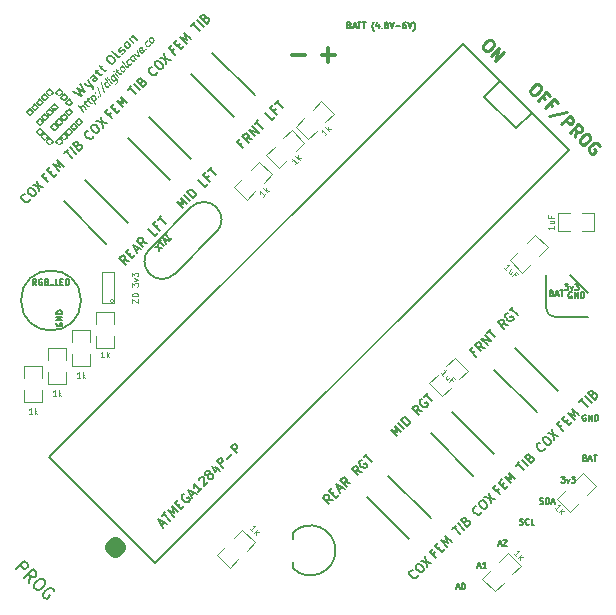
<source format=gto>
G04 (created by PCBNEW (2013-dec-23)-stable) date Thu 03 Jul 2014 07:48:38 AM MDT*
%MOIN*%
G04 Gerber Fmt 3.4, Leading zero omitted, Abs format*
%FSLAX34Y34*%
G01*
G70*
G90*
G04 APERTURE LIST*
%ADD10C,0.00590551*%
%ADD11C,0.005*%
%ADD12C,0.05*%
%ADD13C,0.011811*%
%ADD14C,0.01*%
%ADD15C,0.0039*%
%ADD16C,0.0031*%
%ADD17C,0.0001*%
%ADD18C,0.0075*%
%ADD19C,0.0043*%
%ADD20C,0.008*%
G04 APERTURE END LIST*
G54D10*
G54D11*
X29874Y-23702D02*
X29969Y-23702D01*
X29855Y-23759D02*
X29921Y-23559D01*
X29988Y-23759D01*
X30045Y-23578D02*
X30055Y-23569D01*
X30074Y-23559D01*
X30121Y-23559D01*
X30140Y-23569D01*
X30150Y-23578D01*
X30159Y-23598D01*
X30159Y-23617D01*
X30150Y-23645D01*
X30035Y-23759D01*
X30159Y-23759D01*
X15157Y-16341D02*
X15147Y-16360D01*
X15147Y-16388D01*
X15157Y-16417D01*
X15176Y-16436D01*
X15195Y-16446D01*
X15233Y-16455D01*
X15262Y-16455D01*
X15300Y-16446D01*
X15319Y-16436D01*
X15338Y-16417D01*
X15347Y-16388D01*
X15347Y-16369D01*
X15338Y-16341D01*
X15328Y-16331D01*
X15262Y-16331D01*
X15262Y-16369D01*
X15347Y-16246D02*
X15147Y-16246D01*
X15347Y-16131D01*
X15147Y-16131D01*
X15347Y-16036D02*
X15147Y-16036D01*
X15147Y-15988D01*
X15157Y-15960D01*
X15176Y-15941D01*
X15195Y-15931D01*
X15233Y-15922D01*
X15262Y-15922D01*
X15300Y-15931D01*
X15319Y-15941D01*
X15338Y-15960D01*
X15347Y-15988D01*
X15347Y-16036D01*
X28484Y-25152D02*
X28579Y-25152D01*
X28465Y-25209D02*
X28531Y-25009D01*
X28598Y-25209D01*
X28703Y-25009D02*
X28722Y-25009D01*
X28741Y-25019D01*
X28750Y-25028D01*
X28760Y-25048D01*
X28769Y-25086D01*
X28769Y-25133D01*
X28760Y-25171D01*
X28750Y-25190D01*
X28741Y-25200D01*
X28722Y-25209D01*
X28703Y-25209D01*
X28684Y-25200D01*
X28674Y-25190D01*
X28665Y-25171D01*
X28655Y-25133D01*
X28655Y-25086D01*
X28665Y-25048D01*
X28674Y-25028D01*
X28684Y-25019D01*
X28703Y-25009D01*
X31652Y-15346D02*
X31680Y-15355D01*
X31690Y-15365D01*
X31700Y-15384D01*
X31700Y-15412D01*
X31690Y-15431D01*
X31680Y-15441D01*
X31661Y-15450D01*
X31585Y-15450D01*
X31585Y-15250D01*
X31652Y-15250D01*
X31671Y-15260D01*
X31680Y-15270D01*
X31690Y-15289D01*
X31690Y-15308D01*
X31680Y-15327D01*
X31671Y-15336D01*
X31652Y-15346D01*
X31585Y-15346D01*
X31776Y-15393D02*
X31871Y-15393D01*
X31757Y-15450D02*
X31823Y-15250D01*
X31890Y-15450D01*
X31928Y-15250D02*
X32042Y-15250D01*
X31985Y-15450D02*
X31985Y-15250D01*
X32091Y-15040D02*
X32215Y-15040D01*
X32149Y-15117D01*
X32177Y-15117D01*
X32196Y-15126D01*
X32206Y-15136D01*
X32215Y-15155D01*
X32215Y-15202D01*
X32206Y-15221D01*
X32196Y-15231D01*
X32177Y-15240D01*
X32120Y-15240D01*
X32101Y-15231D01*
X32091Y-15221D01*
X32282Y-15107D02*
X32330Y-15240D01*
X32377Y-15107D01*
X32434Y-15040D02*
X32558Y-15040D01*
X32491Y-15117D01*
X32520Y-15117D01*
X32539Y-15126D01*
X32549Y-15136D01*
X32558Y-15155D01*
X32558Y-15202D01*
X32549Y-15221D01*
X32539Y-15231D01*
X32520Y-15240D01*
X32463Y-15240D01*
X32444Y-15231D01*
X32434Y-15221D01*
X32327Y-15320D02*
X32308Y-15310D01*
X32280Y-15310D01*
X32251Y-15320D01*
X32232Y-15339D01*
X32222Y-15358D01*
X32213Y-15396D01*
X32213Y-15425D01*
X32222Y-15463D01*
X32232Y-15482D01*
X32251Y-15501D01*
X32280Y-15510D01*
X32299Y-15510D01*
X32327Y-15501D01*
X32337Y-15491D01*
X32337Y-15425D01*
X32299Y-15425D01*
X32422Y-15510D02*
X32422Y-15310D01*
X32537Y-15510D01*
X32537Y-15310D01*
X32632Y-15510D02*
X32632Y-15310D01*
X32680Y-15310D01*
X32708Y-15320D01*
X32727Y-15339D01*
X32737Y-15358D01*
X32746Y-15396D01*
X32746Y-15425D01*
X32737Y-15463D01*
X32727Y-15482D01*
X32708Y-15501D01*
X32680Y-15510D01*
X32632Y-15510D01*
X31978Y-21459D02*
X32102Y-21459D01*
X32035Y-21536D01*
X32064Y-21536D01*
X32083Y-21545D01*
X32093Y-21555D01*
X32102Y-21574D01*
X32102Y-21621D01*
X32093Y-21640D01*
X32083Y-21650D01*
X32064Y-21659D01*
X32007Y-21659D01*
X31988Y-21650D01*
X31978Y-21640D01*
X32169Y-21526D02*
X32216Y-21659D01*
X32264Y-21526D01*
X32321Y-21459D02*
X32445Y-21459D01*
X32378Y-21536D01*
X32407Y-21536D01*
X32426Y-21545D01*
X32435Y-21555D01*
X32445Y-21574D01*
X32445Y-21621D01*
X32435Y-21640D01*
X32426Y-21650D01*
X32407Y-21659D01*
X32350Y-21659D01*
X32331Y-21650D01*
X32321Y-21640D01*
X29194Y-24452D02*
X29289Y-24452D01*
X29175Y-24509D02*
X29241Y-24309D01*
X29308Y-24509D01*
X29479Y-24509D02*
X29365Y-24509D01*
X29422Y-24509D02*
X29422Y-24309D01*
X29403Y-24338D01*
X29384Y-24357D01*
X29365Y-24367D01*
X32779Y-20825D02*
X32807Y-20834D01*
X32817Y-20844D01*
X32826Y-20863D01*
X32826Y-20891D01*
X32817Y-20910D01*
X32807Y-20920D01*
X32788Y-20929D01*
X32712Y-20929D01*
X32712Y-20729D01*
X32779Y-20729D01*
X32798Y-20739D01*
X32807Y-20748D01*
X32817Y-20768D01*
X32817Y-20787D01*
X32807Y-20806D01*
X32798Y-20815D01*
X32779Y-20825D01*
X32712Y-20825D01*
X32903Y-20872D02*
X32998Y-20872D01*
X32884Y-20929D02*
X32950Y-20729D01*
X33017Y-20929D01*
X33055Y-20729D02*
X33169Y-20729D01*
X33112Y-20929D02*
X33112Y-20729D01*
X32794Y-19409D02*
X32775Y-19399D01*
X32746Y-19399D01*
X32718Y-19409D01*
X32699Y-19428D01*
X32689Y-19447D01*
X32680Y-19485D01*
X32680Y-19514D01*
X32689Y-19552D01*
X32699Y-19571D01*
X32718Y-19590D01*
X32746Y-19599D01*
X32765Y-19599D01*
X32794Y-19590D01*
X32804Y-19580D01*
X32804Y-19514D01*
X32765Y-19514D01*
X32889Y-19599D02*
X32889Y-19399D01*
X33004Y-19599D01*
X33004Y-19399D01*
X33099Y-19599D02*
X33099Y-19399D01*
X33146Y-19399D01*
X33175Y-19409D01*
X33194Y-19428D01*
X33204Y-19447D01*
X33213Y-19485D01*
X33213Y-19514D01*
X33204Y-19552D01*
X33194Y-19571D01*
X33175Y-19590D01*
X33146Y-19599D01*
X33099Y-19599D01*
X31264Y-22360D02*
X31292Y-22369D01*
X31340Y-22369D01*
X31359Y-22360D01*
X31368Y-22350D01*
X31378Y-22331D01*
X31378Y-22312D01*
X31368Y-22293D01*
X31359Y-22284D01*
X31340Y-22274D01*
X31302Y-22265D01*
X31283Y-22255D01*
X31273Y-22246D01*
X31264Y-22227D01*
X31264Y-22208D01*
X31273Y-22188D01*
X31283Y-22179D01*
X31302Y-22169D01*
X31349Y-22169D01*
X31378Y-22179D01*
X31464Y-22369D02*
X31464Y-22169D01*
X31511Y-22169D01*
X31540Y-22179D01*
X31559Y-22198D01*
X31568Y-22217D01*
X31578Y-22255D01*
X31578Y-22284D01*
X31568Y-22322D01*
X31559Y-22341D01*
X31540Y-22360D01*
X31511Y-22369D01*
X31464Y-22369D01*
X31654Y-22312D02*
X31749Y-22312D01*
X31635Y-22369D02*
X31702Y-22169D01*
X31768Y-22369D01*
X30588Y-23050D02*
X30617Y-23059D01*
X30665Y-23059D01*
X30684Y-23050D01*
X30693Y-23040D01*
X30703Y-23021D01*
X30703Y-23002D01*
X30693Y-22983D01*
X30684Y-22974D01*
X30665Y-22964D01*
X30626Y-22955D01*
X30607Y-22945D01*
X30598Y-22936D01*
X30588Y-22917D01*
X30588Y-22898D01*
X30598Y-22878D01*
X30607Y-22869D01*
X30626Y-22859D01*
X30674Y-22859D01*
X30703Y-22869D01*
X30903Y-23040D02*
X30893Y-23050D01*
X30865Y-23059D01*
X30845Y-23059D01*
X30817Y-23050D01*
X30798Y-23031D01*
X30788Y-23012D01*
X30779Y-22974D01*
X30779Y-22945D01*
X30788Y-22907D01*
X30798Y-22888D01*
X30817Y-22869D01*
X30845Y-22859D01*
X30865Y-22859D01*
X30893Y-22869D01*
X30903Y-22878D01*
X31084Y-23059D02*
X30988Y-23059D01*
X30988Y-22859D01*
G54D12*
X17100Y-23719D02*
X17004Y-23814D01*
X17100Y-23909D01*
X17195Y-23814D01*
X17100Y-23719D01*
X17100Y-23909D01*
G54D13*
X23441Y-7403D02*
X22991Y-7403D01*
X24441Y-7403D02*
X23991Y-7403D01*
X24216Y-7628D02*
X24216Y-7178D01*
G54D14*
X29663Y-6916D02*
X29717Y-6970D01*
X29730Y-7010D01*
X29730Y-7064D01*
X29690Y-7132D01*
X29595Y-7226D01*
X29528Y-7266D01*
X29474Y-7266D01*
X29434Y-7253D01*
X29380Y-7199D01*
X29366Y-7158D01*
X29366Y-7105D01*
X29407Y-7037D01*
X29501Y-6943D01*
X29568Y-6903D01*
X29622Y-6903D01*
X29663Y-6916D01*
X29622Y-7441D02*
X29905Y-7158D01*
X29784Y-7603D01*
X30067Y-7320D01*
X31239Y-8402D02*
X31293Y-8456D01*
X31306Y-8497D01*
X31306Y-8551D01*
X31266Y-8618D01*
X31172Y-8712D01*
X31104Y-8753D01*
X31051Y-8753D01*
X31010Y-8739D01*
X30956Y-8685D01*
X30943Y-8645D01*
X30943Y-8591D01*
X30983Y-8524D01*
X31077Y-8429D01*
X31145Y-8389D01*
X31199Y-8389D01*
X31239Y-8402D01*
X31441Y-8874D02*
X31347Y-8779D01*
X31199Y-8928D02*
X31482Y-8645D01*
X31616Y-8779D01*
X31684Y-9116D02*
X31589Y-9022D01*
X31441Y-9170D02*
X31724Y-8887D01*
X31859Y-9022D01*
X32182Y-9318D02*
X31576Y-9439D01*
X31980Y-9709D02*
X32263Y-9426D01*
X32370Y-9534D01*
X32384Y-9574D01*
X32384Y-9601D01*
X32370Y-9641D01*
X32330Y-9682D01*
X32290Y-9695D01*
X32263Y-9695D01*
X32222Y-9682D01*
X32115Y-9574D01*
X32424Y-10153D02*
X32465Y-9924D01*
X32263Y-9992D02*
X32546Y-9709D01*
X32653Y-9817D01*
X32667Y-9857D01*
X32667Y-9884D01*
X32653Y-9924D01*
X32613Y-9965D01*
X32572Y-9978D01*
X32546Y-9978D01*
X32505Y-9965D01*
X32397Y-9857D01*
X32882Y-10046D02*
X32936Y-10099D01*
X32950Y-10140D01*
X32950Y-10194D01*
X32909Y-10261D01*
X32815Y-10355D01*
X32748Y-10396D01*
X32694Y-10396D01*
X32653Y-10382D01*
X32599Y-10328D01*
X32586Y-10288D01*
X32586Y-10234D01*
X32626Y-10167D01*
X32721Y-10072D01*
X32788Y-10032D01*
X32842Y-10032D01*
X32882Y-10046D01*
X33259Y-10450D02*
X33246Y-10409D01*
X33206Y-10369D01*
X33152Y-10342D01*
X33098Y-10342D01*
X33057Y-10355D01*
X32990Y-10396D01*
X32950Y-10436D01*
X32909Y-10503D01*
X32896Y-10544D01*
X32896Y-10598D01*
X32923Y-10652D01*
X32950Y-10679D01*
X33003Y-10706D01*
X33030Y-10706D01*
X33125Y-10611D01*
X33071Y-10557D01*
G54D10*
X31466Y-15838D02*
G75*
G03X31766Y-16138I300J0D01*
G74*
G01*
X31466Y-15838D02*
X31466Y-14738D01*
X31766Y-16138D02*
X32866Y-16138D01*
X32266Y-14738D02*
X32866Y-15338D01*
X23026Y-23525D02*
X23026Y-23328D01*
X23026Y-24509D02*
X23026Y-24312D01*
X23026Y-24509D02*
G75*
G03X23026Y-23328I590J590D01*
G74*
G01*
X28693Y-7026D02*
X14904Y-20815D01*
X14904Y-20815D02*
X18440Y-24351D01*
X18440Y-24351D02*
X32228Y-10562D01*
X30991Y-9325D02*
X30461Y-9855D01*
X30461Y-9855D02*
X29400Y-8794D01*
X29400Y-8794D02*
X29930Y-8264D01*
X32228Y-10562D02*
X28693Y-7026D01*
X20480Y-13310D02*
X19088Y-14702D01*
X18253Y-13867D02*
X19645Y-12475D01*
X20480Y-13310D02*
G75*
G03X19645Y-12475I-417J417D01*
G74*
G01*
X18253Y-13867D02*
G75*
G03X19088Y-14702I417J-417D01*
G74*
G01*
G54D15*
X28287Y-18492D02*
X28004Y-18775D01*
X28004Y-18775D02*
X27580Y-18351D01*
X27580Y-18351D02*
X27863Y-18068D01*
X28146Y-17785D02*
X28429Y-17502D01*
X28429Y-17502D02*
X28853Y-17926D01*
X28853Y-17926D02*
X28570Y-18209D01*
X21066Y-23515D02*
X21349Y-23232D01*
X21349Y-23232D02*
X21773Y-23656D01*
X21773Y-23656D02*
X21490Y-23939D01*
X21207Y-24222D02*
X20924Y-24505D01*
X20924Y-24505D02*
X20500Y-24081D01*
X20500Y-24081D02*
X20783Y-23798D01*
X32266Y-13288D02*
X31866Y-13288D01*
X31866Y-13288D02*
X31866Y-12688D01*
X31866Y-12688D02*
X32266Y-12688D01*
X32666Y-12688D02*
X33066Y-12688D01*
X33066Y-12688D02*
X33066Y-13288D01*
X33066Y-13288D02*
X32666Y-13288D01*
X30967Y-14382D02*
X30684Y-14665D01*
X30684Y-14665D02*
X30260Y-14241D01*
X30260Y-14241D02*
X30543Y-13958D01*
X30826Y-13675D02*
X31109Y-13392D01*
X31109Y-13392D02*
X31533Y-13816D01*
X31533Y-13816D02*
X31250Y-14099D01*
X32416Y-21635D02*
X32699Y-21352D01*
X32699Y-21352D02*
X33123Y-21776D01*
X33123Y-21776D02*
X32840Y-22059D01*
X32557Y-22342D02*
X32274Y-22625D01*
X32274Y-22625D02*
X31850Y-22201D01*
X31850Y-22201D02*
X32133Y-21918D01*
X30057Y-25002D02*
X29774Y-25285D01*
X29774Y-25285D02*
X29350Y-24861D01*
X29350Y-24861D02*
X29633Y-24578D01*
X29916Y-24295D02*
X30199Y-24012D01*
X30199Y-24012D02*
X30623Y-24436D01*
X30623Y-24436D02*
X30340Y-24719D01*
X23689Y-9226D02*
X23972Y-8943D01*
X23972Y-8943D02*
X24396Y-9367D01*
X24396Y-9367D02*
X24113Y-9650D01*
X23830Y-9933D02*
X23547Y-10216D01*
X23547Y-10216D02*
X23123Y-9792D01*
X23123Y-9792D02*
X23406Y-9509D01*
X22850Y-10893D02*
X22567Y-11176D01*
X22567Y-11176D02*
X22143Y-10752D01*
X22143Y-10752D02*
X22426Y-10469D01*
X22709Y-10186D02*
X22992Y-9903D01*
X22992Y-9903D02*
X23416Y-10327D01*
X23416Y-10327D02*
X23133Y-10610D01*
X21629Y-11246D02*
X21912Y-10963D01*
X21912Y-10963D02*
X22336Y-11387D01*
X22336Y-11387D02*
X22053Y-11670D01*
X21770Y-11953D02*
X21487Y-12236D01*
X21487Y-12236D02*
X21063Y-11812D01*
X21063Y-11812D02*
X21346Y-11529D01*
X17060Y-16760D02*
X17060Y-17160D01*
X17060Y-17160D02*
X16460Y-17160D01*
X16460Y-17160D02*
X16460Y-16760D01*
X16460Y-16360D02*
X16460Y-15960D01*
X16460Y-15960D02*
X17060Y-15960D01*
X17060Y-15960D02*
X17060Y-16360D01*
X14666Y-18588D02*
X14666Y-18988D01*
X14666Y-18988D02*
X14066Y-18988D01*
X14066Y-18988D02*
X14066Y-18588D01*
X14066Y-18188D02*
X14066Y-17788D01*
X14066Y-17788D02*
X14666Y-17788D01*
X14666Y-17788D02*
X14666Y-18188D01*
X15466Y-17988D02*
X15466Y-18388D01*
X15466Y-18388D02*
X14866Y-18388D01*
X14866Y-18388D02*
X14866Y-17988D01*
X14866Y-17588D02*
X14866Y-17188D01*
X14866Y-17188D02*
X15466Y-17188D01*
X15466Y-17188D02*
X15466Y-17588D01*
X16266Y-17388D02*
X16266Y-17788D01*
X16266Y-17788D02*
X15666Y-17788D01*
X15666Y-17788D02*
X15666Y-17388D01*
X15666Y-16988D02*
X15666Y-16588D01*
X15666Y-16588D02*
X16266Y-16588D01*
X16266Y-16588D02*
X16266Y-16988D01*
G54D16*
X17070Y-15603D02*
G75*
G03X17070Y-15603I-62J0D01*
G74*
G01*
X16670Y-14640D02*
X17070Y-14640D01*
X16670Y-15665D02*
X17070Y-15665D01*
X17070Y-14640D02*
X17070Y-15665D01*
X16670Y-15665D02*
X16670Y-14640D01*
G54D10*
X15966Y-15588D02*
G75*
G03X15966Y-15588I-1000J0D01*
G74*
G01*
G54D17*
G36*
X15383Y-10267D02*
X15383Y-10285D01*
X15383Y-10305D01*
X15364Y-10324D01*
X15325Y-10286D01*
X15287Y-10247D01*
X15248Y-10209D01*
X15210Y-10247D01*
X15171Y-10286D01*
X15210Y-10324D01*
X15248Y-10363D01*
X15287Y-10324D01*
X15325Y-10286D01*
X15364Y-10324D01*
X15325Y-10363D01*
X15267Y-10420D01*
X15248Y-10420D01*
X15229Y-10420D01*
X15171Y-10362D01*
X15114Y-10305D01*
X15113Y-10286D01*
X15114Y-10267D01*
X15172Y-10209D01*
X15229Y-10152D01*
X15248Y-10151D01*
X15267Y-10152D01*
X15325Y-10209D01*
X15383Y-10267D01*
X15383Y-10267D01*
X15383Y-10267D01*
G37*
G36*
X15546Y-10103D02*
X15545Y-10123D01*
X15546Y-10142D01*
X15527Y-10161D01*
X15412Y-10045D01*
X15373Y-10084D01*
X15335Y-10123D01*
X15373Y-10161D01*
X15412Y-10200D01*
X15449Y-10161D01*
X15487Y-10123D01*
X15450Y-10084D01*
X15412Y-10045D01*
X15527Y-10161D01*
X15488Y-10200D01*
X15431Y-10257D01*
X15411Y-10257D01*
X15393Y-10257D01*
X15335Y-10199D01*
X15276Y-10140D01*
X15277Y-10123D01*
X15277Y-10104D01*
X15335Y-10046D01*
X15393Y-9988D01*
X15411Y-9988D01*
X15431Y-9988D01*
X15488Y-10045D01*
X15546Y-10103D01*
X15546Y-10103D01*
X15546Y-10103D01*
G37*
G36*
X15709Y-9939D02*
X15709Y-9959D01*
X15709Y-9979D01*
X15690Y-9998D01*
X15651Y-9960D01*
X15613Y-9921D01*
X15574Y-9883D01*
X15536Y-9921D01*
X15498Y-9959D01*
X15536Y-9997D01*
X15575Y-10036D01*
X15613Y-9998D01*
X15651Y-9960D01*
X15690Y-9998D01*
X15651Y-10036D01*
X15594Y-10094D01*
X15574Y-10094D01*
X15555Y-10094D01*
X15497Y-10036D01*
X15440Y-9979D01*
X15439Y-9960D01*
X15440Y-9941D01*
X15498Y-9883D01*
X15556Y-9825D01*
X15574Y-9825D01*
X15594Y-9825D01*
X15651Y-9882D01*
X15709Y-9939D01*
X15709Y-9939D01*
X15709Y-9939D01*
G37*
G36*
X15872Y-9777D02*
X15871Y-9797D01*
X15872Y-9816D01*
X15853Y-9835D01*
X15815Y-9797D01*
X15776Y-9758D01*
X15738Y-9719D01*
X15699Y-9758D01*
X15661Y-9797D01*
X15698Y-9834D01*
X15706Y-9842D01*
X15714Y-9850D01*
X15720Y-9856D01*
X15726Y-9862D01*
X15731Y-9867D01*
X15734Y-9870D01*
X15736Y-9872D01*
X15737Y-9873D01*
X15738Y-9871D01*
X15741Y-9869D01*
X15744Y-9866D01*
X15750Y-9862D01*
X15755Y-9856D01*
X15762Y-9850D01*
X15770Y-9842D01*
X15777Y-9835D01*
X15815Y-9797D01*
X15853Y-9835D01*
X15814Y-9874D01*
X15757Y-9931D01*
X15737Y-9931D01*
X15719Y-9931D01*
X15661Y-9873D01*
X15603Y-9816D01*
X15603Y-9797D01*
X15603Y-9777D01*
X15661Y-9719D01*
X15719Y-9661D01*
X15738Y-9661D01*
X15756Y-9661D01*
X15814Y-9719D01*
X15872Y-9777D01*
X15872Y-9777D01*
X15872Y-9777D01*
G37*
G36*
X16035Y-9614D02*
X16035Y-9633D01*
X16035Y-9652D01*
X16016Y-9671D01*
X15978Y-9633D01*
X15939Y-9594D01*
X15901Y-9556D01*
X15862Y-9595D01*
X15823Y-9634D01*
X15861Y-9672D01*
X15900Y-9711D01*
X15939Y-9672D01*
X15978Y-9633D01*
X16016Y-9671D01*
X15977Y-9710D01*
X15919Y-9768D01*
X15900Y-9768D01*
X15881Y-9768D01*
X15823Y-9710D01*
X15766Y-9653D01*
X15766Y-9633D01*
X15767Y-9614D01*
X15824Y-9557D01*
X15882Y-9499D01*
X15900Y-9499D01*
X15920Y-9499D01*
X15977Y-9556D01*
X16035Y-9614D01*
X16035Y-9614D01*
X16035Y-9614D01*
G37*
G36*
X17060Y-8046D02*
X17061Y-8047D01*
X17062Y-8050D01*
X17066Y-8054D01*
X17069Y-8060D01*
X17075Y-8067D01*
X17081Y-8075D01*
X17088Y-8084D01*
X17095Y-8094D01*
X17102Y-8104D01*
X17110Y-8115D01*
X17119Y-8126D01*
X17126Y-8138D01*
X17136Y-8150D01*
X17144Y-8162D01*
X17152Y-8174D01*
X17160Y-8185D01*
X17168Y-8196D01*
X17175Y-8206D01*
X17182Y-8215D01*
X17187Y-8223D01*
X17193Y-8230D01*
X17197Y-8236D01*
X17201Y-8241D01*
X17202Y-8244D01*
X17204Y-8245D01*
X17210Y-8257D01*
X17213Y-8269D01*
X17214Y-8270D01*
X17045Y-8101D01*
X17044Y-8100D01*
X17044Y-8101D01*
X17042Y-8102D01*
X17039Y-8104D01*
X17036Y-8107D01*
X17032Y-8111D01*
X17025Y-8118D01*
X17024Y-8119D01*
X17017Y-8126D01*
X17011Y-8132D01*
X17006Y-8137D01*
X17003Y-8141D01*
X17001Y-8145D01*
X17000Y-8148D01*
X16998Y-8150D01*
X16998Y-8154D01*
X16998Y-8155D01*
X16997Y-8160D01*
X16998Y-8167D01*
X16999Y-8174D01*
X17001Y-8182D01*
X17003Y-8186D01*
X17007Y-8193D01*
X17011Y-8201D01*
X17018Y-8210D01*
X17025Y-8220D01*
X17032Y-8230D01*
X17039Y-8239D01*
X17047Y-8247D01*
X17054Y-8252D01*
X17061Y-8254D01*
X17068Y-8256D01*
X17076Y-8254D01*
X17079Y-8252D01*
X17083Y-8250D01*
X17086Y-8247D01*
X17091Y-8242D01*
X17096Y-8237D01*
X17100Y-8232D01*
X17102Y-8227D01*
X17105Y-8223D01*
X17109Y-8218D01*
X17112Y-8213D01*
X17115Y-8209D01*
X17117Y-8205D01*
X17117Y-8203D01*
X17117Y-8203D01*
X17117Y-8201D01*
X17115Y-8199D01*
X17112Y-8195D01*
X17108Y-8189D01*
X17105Y-8183D01*
X17099Y-8176D01*
X17093Y-8167D01*
X17087Y-8160D01*
X17081Y-8151D01*
X17076Y-8143D01*
X17069Y-8135D01*
X17064Y-8126D01*
X17059Y-8120D01*
X17054Y-8113D01*
X17051Y-8108D01*
X17047Y-8104D01*
X17046Y-8102D01*
X17045Y-8101D01*
X17214Y-8270D01*
X17216Y-8280D01*
X17216Y-8292D01*
X17214Y-8304D01*
X17213Y-8308D01*
X17211Y-8313D01*
X17209Y-8317D01*
X17206Y-8322D01*
X17203Y-8326D01*
X17199Y-8331D01*
X17194Y-8336D01*
X17189Y-8342D01*
X17182Y-8348D01*
X17173Y-8355D01*
X17163Y-8363D01*
X17152Y-8373D01*
X17151Y-8374D01*
X17143Y-8380D01*
X17136Y-8386D01*
X17129Y-8392D01*
X17124Y-8396D01*
X17119Y-8399D01*
X17117Y-8401D01*
X17115Y-8403D01*
X17115Y-8403D01*
X17114Y-8401D01*
X17112Y-8399D01*
X17109Y-8396D01*
X17106Y-8392D01*
X17105Y-8392D01*
X17097Y-8380D01*
X17131Y-8344D01*
X17167Y-8308D01*
X17170Y-8302D01*
X17171Y-8293D01*
X17171Y-8285D01*
X17170Y-8276D01*
X17167Y-8273D01*
X17167Y-8271D01*
X17165Y-8267D01*
X17161Y-8262D01*
X17158Y-8257D01*
X17154Y-8251D01*
X17150Y-8245D01*
X17146Y-8240D01*
X17143Y-8235D01*
X17140Y-8232D01*
X17138Y-8230D01*
X17137Y-8230D01*
X17136Y-8230D01*
X17135Y-8233D01*
X17134Y-8237D01*
X17133Y-8238D01*
X17129Y-8247D01*
X17126Y-8254D01*
X17122Y-8260D01*
X17118Y-8266D01*
X17112Y-8272D01*
X17107Y-8277D01*
X17101Y-8283D01*
X17097Y-8286D01*
X17095Y-8289D01*
X17091Y-8291D01*
X17089Y-8293D01*
X17086Y-8295D01*
X17077Y-8298D01*
X17068Y-8300D01*
X17059Y-8300D01*
X17054Y-8300D01*
X17049Y-8299D01*
X17044Y-8297D01*
X17039Y-8294D01*
X17035Y-8293D01*
X17031Y-8290D01*
X17029Y-8288D01*
X17025Y-8286D01*
X17023Y-8283D01*
X17018Y-8279D01*
X17013Y-8274D01*
X17011Y-8271D01*
X16996Y-8256D01*
X16984Y-8241D01*
X16974Y-8226D01*
X16966Y-8211D01*
X16960Y-8196D01*
X16957Y-8186D01*
X16956Y-8179D01*
X16955Y-8169D01*
X16956Y-8160D01*
X16957Y-8152D01*
X16958Y-8147D01*
X16961Y-8140D01*
X16965Y-8132D01*
X16969Y-8124D01*
X16974Y-8119D01*
X16975Y-8116D01*
X16979Y-8111D01*
X16985Y-8107D01*
X16991Y-8102D01*
X16997Y-8095D01*
X17004Y-8090D01*
X17011Y-8084D01*
X17017Y-8078D01*
X17023Y-8073D01*
X17023Y-8073D01*
X17028Y-8070D01*
X17033Y-8066D01*
X17039Y-8062D01*
X17044Y-8058D01*
X17049Y-8054D01*
X17053Y-8051D01*
X17056Y-8049D01*
X17059Y-8047D01*
X17060Y-8046D01*
X17060Y-8046D01*
X17060Y-8046D01*
G37*
G36*
X16443Y-8761D02*
X16450Y-8768D01*
X16457Y-8777D01*
X16465Y-8787D01*
X16469Y-8793D01*
X16477Y-8805D01*
X16483Y-8816D01*
X16488Y-8826D01*
X16491Y-8837D01*
X16494Y-8847D01*
X16494Y-8848D01*
X16496Y-8861D01*
X16495Y-8873D01*
X16495Y-8876D01*
X16412Y-8792D01*
X16406Y-8788D01*
X16401Y-8783D01*
X16397Y-8780D01*
X16396Y-8780D01*
X16388Y-8776D01*
X16381Y-8775D01*
X16375Y-8775D01*
X16368Y-8778D01*
X16347Y-8799D01*
X16326Y-8820D01*
X16362Y-8870D01*
X16368Y-8879D01*
X16375Y-8889D01*
X16380Y-8897D01*
X16386Y-8904D01*
X16391Y-8911D01*
X16395Y-8915D01*
X16397Y-8920D01*
X16399Y-8921D01*
X16400Y-8922D01*
X16401Y-8922D01*
X16405Y-8921D01*
X16409Y-8919D01*
X16414Y-8917D01*
X16420Y-8913D01*
X16426Y-8910D01*
X16430Y-8906D01*
X16434Y-8903D01*
X16436Y-8900D01*
X16439Y-8896D01*
X16443Y-8893D01*
X16443Y-8892D01*
X16449Y-8884D01*
X16451Y-8876D01*
X16453Y-8867D01*
X16452Y-8858D01*
X16450Y-8850D01*
X16447Y-8845D01*
X16443Y-8837D01*
X16438Y-8829D01*
X16434Y-8821D01*
X16429Y-8814D01*
X16425Y-8809D01*
X16421Y-8804D01*
X16417Y-8799D01*
X16412Y-8792D01*
X16495Y-8876D01*
X16492Y-8886D01*
X16487Y-8896D01*
X16479Y-8907D01*
X16470Y-8918D01*
X16461Y-8925D01*
X16450Y-8934D01*
X16438Y-8941D01*
X16429Y-8946D01*
X16427Y-8947D01*
X16423Y-8948D01*
X16420Y-8949D01*
X16419Y-8950D01*
X16419Y-8950D01*
X16420Y-8951D01*
X16422Y-8954D01*
X16424Y-8958D01*
X16429Y-8964D01*
X16433Y-8969D01*
X16438Y-8977D01*
X16443Y-8984D01*
X16449Y-8993D01*
X16455Y-9000D01*
X16460Y-9008D01*
X16466Y-9017D01*
X16471Y-9023D01*
X16476Y-9029D01*
X16480Y-9035D01*
X16483Y-9039D01*
X16484Y-9042D01*
X16485Y-9043D01*
X16485Y-9044D01*
X16483Y-9046D01*
X16480Y-9049D01*
X16476Y-9053D01*
X16471Y-9058D01*
X16470Y-9059D01*
X16454Y-9075D01*
X16453Y-9073D01*
X16452Y-9072D01*
X16450Y-9069D01*
X16447Y-9064D01*
X16443Y-9058D01*
X16438Y-9051D01*
X16431Y-9042D01*
X16424Y-9032D01*
X16416Y-9020D01*
X16407Y-9009D01*
X16398Y-8995D01*
X16388Y-8982D01*
X16378Y-8968D01*
X16367Y-8953D01*
X16365Y-8949D01*
X16354Y-8935D01*
X16344Y-8920D01*
X16334Y-8907D01*
X16325Y-8894D01*
X16316Y-8881D01*
X16308Y-8870D01*
X16301Y-8860D01*
X16295Y-8851D01*
X16289Y-8843D01*
X16285Y-8837D01*
X16281Y-8832D01*
X16279Y-8829D01*
X16278Y-8827D01*
X16278Y-8827D01*
X16279Y-8826D01*
X16280Y-8824D01*
X16282Y-8820D01*
X16283Y-8819D01*
X16291Y-8809D01*
X16300Y-8798D01*
X16309Y-8787D01*
X16320Y-8775D01*
X16330Y-8766D01*
X16337Y-8759D01*
X16342Y-8753D01*
X16347Y-8749D01*
X16350Y-8745D01*
X16352Y-8743D01*
X16354Y-8741D01*
X16357Y-8739D01*
X16358Y-8739D01*
X16366Y-8734D01*
X16373Y-8732D01*
X16381Y-8731D01*
X16385Y-8730D01*
X16395Y-8732D01*
X16405Y-8734D01*
X16414Y-8739D01*
X16425Y-8745D01*
X16435Y-8754D01*
X16443Y-8761D01*
X16443Y-8761D01*
X16443Y-8761D01*
G37*
G36*
X16535Y-8432D02*
X16535Y-8433D01*
X16536Y-8436D01*
X16537Y-8442D01*
X16540Y-8449D01*
X16543Y-8457D01*
X16546Y-8467D01*
X16551Y-8479D01*
X16555Y-8492D01*
X16559Y-8506D01*
X16565Y-8522D01*
X16571Y-8539D01*
X16576Y-8556D01*
X16583Y-8573D01*
X16589Y-8592D01*
X16593Y-8602D01*
X16651Y-8771D01*
X16634Y-8787D01*
X16618Y-8805D01*
X16615Y-8797D01*
X16615Y-8795D01*
X16613Y-8792D01*
X16611Y-8785D01*
X16609Y-8778D01*
X16605Y-8768D01*
X16602Y-8758D01*
X16598Y-8745D01*
X16593Y-8732D01*
X16588Y-8717D01*
X16582Y-8701D01*
X16576Y-8684D01*
X16570Y-8667D01*
X16564Y-8648D01*
X16558Y-8629D01*
X16557Y-8627D01*
X16501Y-8465D01*
X16518Y-8448D01*
X16523Y-8443D01*
X16528Y-8439D01*
X16531Y-8435D01*
X16533Y-8433D01*
X16535Y-8432D01*
X16535Y-8432D01*
X16535Y-8432D01*
X16535Y-8432D01*
G37*
G36*
X16653Y-8315D02*
X16653Y-8316D01*
X16654Y-8319D01*
X16656Y-8324D01*
X16658Y-8332D01*
X16661Y-8341D01*
X16665Y-8351D01*
X16669Y-8363D01*
X16673Y-8375D01*
X16678Y-8390D01*
X16684Y-8406D01*
X16689Y-8422D01*
X16695Y-8440D01*
X16702Y-8457D01*
X16708Y-8476D01*
X16711Y-8485D01*
X16768Y-8654D01*
X16752Y-8670D01*
X16736Y-8687D01*
X16726Y-8659D01*
X16724Y-8654D01*
X16722Y-8647D01*
X16719Y-8639D01*
X16716Y-8628D01*
X16711Y-8617D01*
X16707Y-8604D01*
X16702Y-8590D01*
X16697Y-8575D01*
X16692Y-8558D01*
X16687Y-8541D01*
X16680Y-8524D01*
X16674Y-8506D01*
X16668Y-8489D01*
X16619Y-8347D01*
X16636Y-8331D01*
X16642Y-8324D01*
X16647Y-8319D01*
X16650Y-8317D01*
X16652Y-8314D01*
X16653Y-8315D01*
X16653Y-8315D01*
X16653Y-8315D01*
G37*
G36*
X18020Y-7145D02*
X18028Y-7155D01*
X18034Y-7165D01*
X18039Y-7176D01*
X18041Y-7187D01*
X18042Y-7196D01*
X18042Y-7204D01*
X18041Y-7211D01*
X18039Y-7216D01*
X18036Y-7225D01*
X17992Y-7181D01*
X17986Y-7177D01*
X17981Y-7175D01*
X17976Y-7175D01*
X17974Y-7175D01*
X17969Y-7177D01*
X17963Y-7182D01*
X17957Y-7187D01*
X17950Y-7193D01*
X17948Y-7197D01*
X17942Y-7204D01*
X17938Y-7211D01*
X17936Y-7217D01*
X17935Y-7224D01*
X17935Y-7230D01*
X17938Y-7238D01*
X17940Y-7247D01*
X17945Y-7256D01*
X17952Y-7267D01*
X17953Y-7268D01*
X17954Y-7269D01*
X17954Y-7269D01*
X17956Y-7268D01*
X17958Y-7267D01*
X17961Y-7264D01*
X17964Y-7261D01*
X17969Y-7256D01*
X17974Y-7252D01*
X17979Y-7246D01*
X17983Y-7241D01*
X17987Y-7237D01*
X17989Y-7233D01*
X17991Y-7230D01*
X17992Y-7229D01*
X17998Y-7219D01*
X18000Y-7210D01*
X18000Y-7201D01*
X18000Y-7193D01*
X17996Y-7186D01*
X17992Y-7181D01*
X18036Y-7225D01*
X18035Y-7227D01*
X18030Y-7238D01*
X18024Y-7247D01*
X18023Y-7249D01*
X18020Y-7254D01*
X18014Y-7259D01*
X18008Y-7265D01*
X18002Y-7271D01*
X17996Y-7278D01*
X17989Y-7283D01*
X17983Y-7287D01*
X17982Y-7288D01*
X17979Y-7291D01*
X17976Y-7293D01*
X17974Y-7294D01*
X17974Y-7295D01*
X17974Y-7296D01*
X17976Y-7298D01*
X17979Y-7302D01*
X17980Y-7303D01*
X17987Y-7310D01*
X17992Y-7315D01*
X17998Y-7318D01*
X18003Y-7320D01*
X18010Y-7319D01*
X18015Y-7316D01*
X18020Y-7312D01*
X18024Y-7310D01*
X18029Y-7305D01*
X18036Y-7298D01*
X18042Y-7292D01*
X18049Y-7285D01*
X18056Y-7277D01*
X18063Y-7270D01*
X18068Y-7263D01*
X18073Y-7257D01*
X18076Y-7252D01*
X18080Y-7249D01*
X18082Y-7245D01*
X18084Y-7243D01*
X18084Y-7243D01*
X18085Y-7244D01*
X18087Y-7246D01*
X18090Y-7250D01*
X18093Y-7254D01*
X18097Y-7257D01*
X18099Y-7261D01*
X18101Y-7264D01*
X18103Y-7267D01*
X18102Y-7269D01*
X18101Y-7271D01*
X18099Y-7276D01*
X18095Y-7281D01*
X18091Y-7288D01*
X18087Y-7294D01*
X18081Y-7301D01*
X18076Y-7308D01*
X18073Y-7312D01*
X18061Y-7326D01*
X18049Y-7339D01*
X18039Y-7347D01*
X18031Y-7354D01*
X18024Y-7359D01*
X18017Y-7362D01*
X18010Y-7364D01*
X18003Y-7365D01*
X18000Y-7365D01*
X17992Y-7363D01*
X17983Y-7361D01*
X17975Y-7356D01*
X17967Y-7351D01*
X17957Y-7343D01*
X17952Y-7337D01*
X17942Y-7328D01*
X17934Y-7317D01*
X17926Y-7305D01*
X17917Y-7294D01*
X17910Y-7281D01*
X17904Y-7271D01*
X17899Y-7259D01*
X17895Y-7250D01*
X17893Y-7240D01*
X17892Y-7230D01*
X17894Y-7217D01*
X17898Y-7206D01*
X17904Y-7193D01*
X17911Y-7182D01*
X17915Y-7177D01*
X17920Y-7171D01*
X17926Y-7165D01*
X17933Y-7158D01*
X17939Y-7153D01*
X17945Y-7148D01*
X17949Y-7145D01*
X17960Y-7138D01*
X17970Y-7134D01*
X17979Y-7130D01*
X17988Y-7129D01*
X17993Y-7130D01*
X18000Y-7131D01*
X18006Y-7134D01*
X18011Y-7138D01*
X18017Y-7143D01*
X18020Y-7145D01*
X18020Y-7145D01*
X18020Y-7145D01*
G37*
G36*
X16790Y-8168D02*
X16791Y-8169D01*
X16793Y-8172D01*
X16796Y-8176D01*
X16800Y-8182D01*
X16805Y-8189D01*
X16812Y-8197D01*
X16819Y-8207D01*
X16827Y-8218D01*
X16835Y-8230D01*
X16845Y-8243D01*
X16855Y-8257D01*
X16865Y-8271D01*
X16875Y-8286D01*
X16879Y-8291D01*
X16969Y-8413D01*
X16956Y-8426D01*
X16955Y-8428D01*
X16842Y-8315D01*
X16842Y-8314D01*
X16839Y-8315D01*
X16837Y-8317D01*
X16832Y-8319D01*
X16828Y-8322D01*
X16823Y-8326D01*
X16819Y-8329D01*
X16816Y-8330D01*
X16813Y-8334D01*
X16808Y-8337D01*
X16803Y-8342D01*
X16800Y-8344D01*
X16796Y-8348D01*
X16793Y-8351D01*
X16791Y-8355D01*
X16791Y-8357D01*
X16789Y-8360D01*
X16788Y-8365D01*
X16788Y-8372D01*
X16790Y-8380D01*
X16793Y-8389D01*
X16798Y-8398D01*
X16804Y-8408D01*
X16806Y-8412D01*
X16813Y-8422D01*
X16820Y-8431D01*
X16826Y-8439D01*
X16833Y-8446D01*
X16836Y-8449D01*
X16840Y-8453D01*
X16844Y-8456D01*
X16848Y-8458D01*
X16851Y-8459D01*
X16851Y-8460D01*
X16858Y-8462D01*
X16865Y-8461D01*
X16870Y-8459D01*
X16871Y-8459D01*
X16874Y-8456D01*
X16878Y-8452D01*
X16883Y-8447D01*
X16887Y-8442D01*
X16890Y-8437D01*
X16892Y-8435D01*
X16894Y-8432D01*
X16896Y-8427D01*
X16899Y-8423D01*
X16902Y-8417D01*
X16904Y-8412D01*
X16905Y-8408D01*
X16907Y-8405D01*
X16907Y-8404D01*
X16907Y-8403D01*
X16907Y-8402D01*
X16904Y-8399D01*
X16901Y-8395D01*
X16897Y-8390D01*
X16892Y-8384D01*
X16887Y-8376D01*
X16880Y-8367D01*
X16875Y-8359D01*
X16868Y-8350D01*
X16862Y-8342D01*
X16856Y-8334D01*
X16851Y-8327D01*
X16848Y-8322D01*
X16844Y-8318D01*
X16842Y-8315D01*
X16955Y-8428D01*
X16943Y-8439D01*
X16935Y-8435D01*
X16931Y-8432D01*
X16928Y-8430D01*
X16926Y-8430D01*
X16925Y-8429D01*
X16925Y-8430D01*
X16924Y-8433D01*
X16923Y-8437D01*
X16923Y-8437D01*
X16921Y-8445D01*
X16917Y-8454D01*
X16914Y-8462D01*
X16911Y-8470D01*
X16908Y-8474D01*
X16904Y-8480D01*
X16898Y-8487D01*
X16893Y-8493D01*
X16887Y-8498D01*
X16885Y-8500D01*
X16875Y-8505D01*
X16865Y-8507D01*
X16856Y-8508D01*
X16846Y-8507D01*
X16844Y-8506D01*
X16837Y-8504D01*
X16830Y-8500D01*
X16822Y-8495D01*
X16813Y-8490D01*
X16811Y-8488D01*
X16803Y-8481D01*
X16794Y-8471D01*
X16786Y-8461D01*
X16777Y-8449D01*
X16769Y-8437D01*
X16762Y-8425D01*
X16757Y-8413D01*
X16753Y-8407D01*
X16749Y-8394D01*
X16747Y-8384D01*
X16746Y-8373D01*
X16746Y-8363D01*
X16749Y-8353D01*
X16753Y-8343D01*
X16753Y-8343D01*
X16756Y-8339D01*
X16758Y-8336D01*
X16760Y-8332D01*
X16763Y-8329D01*
X16767Y-8325D01*
X16780Y-8314D01*
X16793Y-8303D01*
X16808Y-8295D01*
X16815Y-8291D01*
X16819Y-8290D01*
X16822Y-8289D01*
X16823Y-8288D01*
X16823Y-8288D01*
X16822Y-8287D01*
X16820Y-8283D01*
X16817Y-8279D01*
X16814Y-8274D01*
X16809Y-8268D01*
X16803Y-8260D01*
X16797Y-8252D01*
X16791Y-8243D01*
X16759Y-8199D01*
X16774Y-8184D01*
X16779Y-8179D01*
X16784Y-8174D01*
X16787Y-8171D01*
X16789Y-8169D01*
X16790Y-8168D01*
X16790Y-8168D01*
X16790Y-8168D01*
G37*
G36*
X17377Y-7752D02*
X17380Y-7755D01*
X17383Y-7759D01*
X17387Y-7764D01*
X17392Y-7770D01*
X17397Y-7777D01*
X17403Y-7786D01*
X17411Y-7796D01*
X17419Y-7807D01*
X17426Y-7817D01*
X17435Y-7829D01*
X17443Y-7840D01*
X17451Y-7849D01*
X17458Y-7859D01*
X17464Y-7868D01*
X17470Y-7875D01*
X17475Y-7882D01*
X17479Y-7887D01*
X17481Y-7890D01*
X17482Y-7892D01*
X17486Y-7897D01*
X17474Y-7909D01*
X17472Y-7912D01*
X17355Y-7795D01*
X17353Y-7795D01*
X17351Y-7797D01*
X17347Y-7799D01*
X17346Y-7800D01*
X17339Y-7805D01*
X17332Y-7810D01*
X17324Y-7817D01*
X17318Y-7825D01*
X17314Y-7832D01*
X17310Y-7839D01*
X17307Y-7848D01*
X17307Y-7856D01*
X17307Y-7862D01*
X17309Y-7868D01*
X17312Y-7876D01*
X17317Y-7885D01*
X17322Y-7894D01*
X17328Y-7903D01*
X17334Y-7911D01*
X17340Y-7921D01*
X17346Y-7927D01*
X17352Y-7933D01*
X17354Y-7935D01*
X17361Y-7940D01*
X17367Y-7943D01*
X17374Y-7945D01*
X17380Y-7945D01*
X17385Y-7944D01*
X17385Y-7943D01*
X17388Y-7942D01*
X17390Y-7941D01*
X17392Y-7939D01*
X17395Y-7936D01*
X17399Y-7931D01*
X17403Y-7927D01*
X17406Y-7923D01*
X17409Y-7918D01*
X17409Y-7918D01*
X17411Y-7915D01*
X17413Y-7910D01*
X17415Y-7904D01*
X17417Y-7897D01*
X17419Y-7892D01*
X17420Y-7887D01*
X17420Y-7886D01*
X17421Y-7885D01*
X17419Y-7884D01*
X17419Y-7882D01*
X17416Y-7878D01*
X17414Y-7874D01*
X17410Y-7869D01*
X17405Y-7863D01*
X17399Y-7854D01*
X17392Y-7845D01*
X17388Y-7840D01*
X17382Y-7831D01*
X17376Y-7822D01*
X17370Y-7815D01*
X17365Y-7808D01*
X17361Y-7803D01*
X17358Y-7798D01*
X17356Y-7796D01*
X17355Y-7795D01*
X17472Y-7912D01*
X17462Y-7921D01*
X17452Y-7916D01*
X17443Y-7910D01*
X17441Y-7917D01*
X17440Y-7924D01*
X17438Y-7932D01*
X17434Y-7941D01*
X17430Y-7950D01*
X17428Y-7952D01*
X17425Y-7959D01*
X17421Y-7964D01*
X17416Y-7971D01*
X17410Y-7976D01*
X17406Y-7981D01*
X17405Y-7981D01*
X17396Y-7986D01*
X17387Y-7990D01*
X17377Y-7992D01*
X17371Y-7991D01*
X17362Y-7991D01*
X17354Y-7988D01*
X17346Y-7984D01*
X17338Y-7979D01*
X17329Y-7972D01*
X17320Y-7963D01*
X17311Y-7952D01*
X17303Y-7943D01*
X17294Y-7931D01*
X17287Y-7921D01*
X17281Y-7911D01*
X17277Y-7901D01*
X17273Y-7892D01*
X17269Y-7881D01*
X17269Y-7880D01*
X17266Y-7870D01*
X17266Y-7859D01*
X17266Y-7849D01*
X17268Y-7840D01*
X17269Y-7836D01*
X17272Y-7829D01*
X17274Y-7822D01*
X17278Y-7817D01*
X17281Y-7811D01*
X17287Y-7805D01*
X17291Y-7800D01*
X17298Y-7793D01*
X17306Y-7785D01*
X17314Y-7778D01*
X17322Y-7771D01*
X17331Y-7766D01*
X17339Y-7761D01*
X17346Y-7757D01*
X17353Y-7754D01*
X17360Y-7751D01*
X17363Y-7751D01*
X17365Y-7750D01*
X17367Y-7749D01*
X17368Y-7749D01*
X17370Y-7749D01*
X17372Y-7749D01*
X17373Y-7749D01*
X17375Y-7751D01*
X17377Y-7752D01*
X17377Y-7752D01*
X17377Y-7752D01*
G37*
G36*
X17572Y-7537D02*
X17574Y-7539D01*
X17576Y-7543D01*
X17579Y-7547D01*
X17583Y-7551D01*
X17585Y-7555D01*
X17587Y-7558D01*
X17588Y-7559D01*
X17588Y-7559D01*
X17587Y-7561D01*
X17585Y-7563D01*
X17581Y-7566D01*
X17577Y-7571D01*
X17572Y-7576D01*
X17569Y-7577D01*
X17561Y-7585D01*
X17552Y-7592D01*
X17544Y-7600D01*
X17537Y-7607D01*
X17532Y-7613D01*
X17527Y-7617D01*
X17525Y-7621D01*
X17523Y-7623D01*
X17521Y-7629D01*
X17520Y-7636D01*
X17520Y-7643D01*
X17520Y-7644D01*
X17522Y-7652D01*
X17526Y-7660D01*
X17530Y-7668D01*
X17537Y-7677D01*
X17542Y-7687D01*
X17548Y-7696D01*
X17555Y-7704D01*
X17561Y-7712D01*
X17568Y-7719D01*
X17574Y-7725D01*
X17579Y-7728D01*
X17582Y-7730D01*
X17588Y-7731D01*
X17595Y-7731D01*
X17600Y-7730D01*
X17603Y-7728D01*
X17607Y-7726D01*
X17611Y-7722D01*
X17616Y-7717D01*
X17623Y-7710D01*
X17630Y-7703D01*
X17638Y-7695D01*
X17645Y-7686D01*
X17648Y-7683D01*
X17653Y-7677D01*
X17658Y-7672D01*
X17661Y-7667D01*
X17664Y-7665D01*
X17665Y-7663D01*
X17666Y-7662D01*
X17667Y-7663D01*
X17669Y-7665D01*
X17672Y-7670D01*
X17674Y-7674D01*
X17675Y-7675D01*
X17684Y-7686D01*
X17679Y-7695D01*
X17670Y-7709D01*
X17660Y-7723D01*
X17653Y-7732D01*
X17648Y-7737D01*
X17645Y-7742D01*
X17640Y-7747D01*
X17634Y-7752D01*
X17629Y-7757D01*
X17625Y-7761D01*
X17621Y-7765D01*
X17619Y-7766D01*
X17614Y-7769D01*
X17609Y-7771D01*
X17604Y-7774D01*
X17599Y-7775D01*
X17598Y-7776D01*
X17588Y-7776D01*
X17576Y-7775D01*
X17566Y-7771D01*
X17560Y-7769D01*
X17557Y-7767D01*
X17554Y-7766D01*
X17551Y-7764D01*
X17549Y-7761D01*
X17545Y-7758D01*
X17540Y-7753D01*
X17538Y-7751D01*
X17523Y-7735D01*
X17510Y-7718D01*
X17498Y-7700D01*
X17489Y-7682D01*
X17485Y-7674D01*
X17480Y-7662D01*
X17478Y-7650D01*
X17476Y-7640D01*
X17477Y-7629D01*
X17480Y-7619D01*
X17485Y-7610D01*
X17492Y-7600D01*
X17502Y-7590D01*
X17513Y-7580D01*
X17513Y-7580D01*
X17519Y-7575D01*
X17526Y-7569D01*
X17533Y-7563D01*
X17540Y-7558D01*
X17548Y-7553D01*
X17554Y-7548D01*
X17561Y-7543D01*
X17565Y-7540D01*
X17569Y-7537D01*
X17571Y-7537D01*
X17572Y-7537D01*
X17572Y-7537D01*
X17572Y-7537D01*
G37*
G36*
X17718Y-7407D02*
X17773Y-7481D01*
X17781Y-7492D01*
X17790Y-7503D01*
X17797Y-7513D01*
X17805Y-7522D01*
X17811Y-7532D01*
X17817Y-7539D01*
X17821Y-7544D01*
X17824Y-7549D01*
X17827Y-7553D01*
X17828Y-7554D01*
X17829Y-7555D01*
X17828Y-7556D01*
X17826Y-7558D01*
X17822Y-7561D01*
X17819Y-7565D01*
X17817Y-7567D01*
X17814Y-7570D01*
X17699Y-7455D01*
X17696Y-7454D01*
X17695Y-7454D01*
X17692Y-7455D01*
X17689Y-7457D01*
X17685Y-7460D01*
X17684Y-7460D01*
X17681Y-7462D01*
X17677Y-7467D01*
X17671Y-7471D01*
X17666Y-7477D01*
X17661Y-7482D01*
X17658Y-7487D01*
X17655Y-7489D01*
X17652Y-7498D01*
X17650Y-7508D01*
X17649Y-7517D01*
X17651Y-7526D01*
X17655Y-7534D01*
X17659Y-7542D01*
X17665Y-7552D01*
X17670Y-7562D01*
X17677Y-7571D01*
X17684Y-7580D01*
X17691Y-7587D01*
X17697Y-7593D01*
X17699Y-7595D01*
X17705Y-7598D01*
X17711Y-7602D01*
X17717Y-7603D01*
X17720Y-7604D01*
X17725Y-7602D01*
X17730Y-7600D01*
X17736Y-7595D01*
X17742Y-7590D01*
X17747Y-7583D01*
X17750Y-7578D01*
X17752Y-7573D01*
X17755Y-7568D01*
X17758Y-7562D01*
X17760Y-7556D01*
X17761Y-7550D01*
X17762Y-7545D01*
X17762Y-7541D01*
X17761Y-7540D01*
X17761Y-7538D01*
X17758Y-7535D01*
X17755Y-7531D01*
X17751Y-7525D01*
X17747Y-7518D01*
X17741Y-7511D01*
X17735Y-7504D01*
X17730Y-7496D01*
X17724Y-7489D01*
X17718Y-7481D01*
X17713Y-7474D01*
X17708Y-7467D01*
X17705Y-7462D01*
X17701Y-7459D01*
X17699Y-7455D01*
X17699Y-7455D01*
X17814Y-7570D01*
X17805Y-7578D01*
X17795Y-7573D01*
X17784Y-7568D01*
X17783Y-7575D01*
X17781Y-7587D01*
X17777Y-7598D01*
X17771Y-7609D01*
X17764Y-7619D01*
X17757Y-7629D01*
X17749Y-7638D01*
X17744Y-7641D01*
X17733Y-7646D01*
X17723Y-7649D01*
X17713Y-7650D01*
X17703Y-7648D01*
X17691Y-7644D01*
X17681Y-7638D01*
X17680Y-7637D01*
X17675Y-7633D01*
X17670Y-7628D01*
X17663Y-7621D01*
X17656Y-7614D01*
X17649Y-7606D01*
X17643Y-7597D01*
X17636Y-7588D01*
X17631Y-7581D01*
X17625Y-7572D01*
X17619Y-7561D01*
X17615Y-7549D01*
X17612Y-7539D01*
X17609Y-7529D01*
X17608Y-7522D01*
X17608Y-7511D01*
X17610Y-7499D01*
X17614Y-7487D01*
X17619Y-7476D01*
X17622Y-7472D01*
X17626Y-7466D01*
X17632Y-7459D01*
X17638Y-7453D01*
X17643Y-7447D01*
X17648Y-7443D01*
X17650Y-7441D01*
X17654Y-7437D01*
X17660Y-7433D01*
X17667Y-7428D01*
X17673Y-7423D01*
X17679Y-7420D01*
X17686Y-7416D01*
X17690Y-7414D01*
X17691Y-7414D01*
X17697Y-7411D01*
X17705Y-7409D01*
X17711Y-7407D01*
X17714Y-7407D01*
X17718Y-7407D01*
X17718Y-7407D01*
X17718Y-7407D01*
G37*
G36*
X18192Y-6916D02*
X18193Y-6916D01*
X18195Y-6919D01*
X18198Y-6921D01*
X18201Y-6926D01*
X18203Y-6930D01*
X18206Y-6933D01*
X18208Y-6936D01*
X18208Y-6936D01*
X18210Y-6939D01*
X18192Y-6954D01*
X18186Y-6960D01*
X18178Y-6968D01*
X18170Y-6974D01*
X18163Y-6982D01*
X18159Y-6986D01*
X18153Y-6991D01*
X18150Y-6996D01*
X18147Y-6999D01*
X18145Y-7001D01*
X18144Y-7003D01*
X18143Y-7005D01*
X18142Y-7007D01*
X18140Y-7013D01*
X18140Y-7018D01*
X18142Y-7025D01*
X18144Y-7032D01*
X18148Y-7040D01*
X18151Y-7046D01*
X18158Y-7059D01*
X18167Y-7070D01*
X18174Y-7081D01*
X18181Y-7090D01*
X18189Y-7098D01*
X18193Y-7102D01*
X18196Y-7105D01*
X18200Y-7107D01*
X18203Y-7109D01*
X18206Y-7110D01*
X18212Y-7111D01*
X18218Y-7110D01*
X18223Y-7108D01*
X18227Y-7106D01*
X18231Y-7102D01*
X18236Y-7097D01*
X18242Y-7090D01*
X18249Y-7083D01*
X18257Y-7076D01*
X18265Y-7066D01*
X18270Y-7061D01*
X18274Y-7056D01*
X18279Y-7051D01*
X18282Y-7047D01*
X18285Y-7043D01*
X18287Y-7042D01*
X18287Y-7042D01*
X18288Y-7043D01*
X18290Y-7045D01*
X18293Y-7048D01*
X18296Y-7052D01*
X18298Y-7056D01*
X18301Y-7060D01*
X18302Y-7063D01*
X18304Y-7064D01*
X18305Y-7065D01*
X18303Y-7066D01*
X18302Y-7069D01*
X18300Y-7074D01*
X18296Y-7079D01*
X18293Y-7085D01*
X18290Y-7090D01*
X18288Y-7093D01*
X18283Y-7101D01*
X18276Y-7109D01*
X18269Y-7117D01*
X18262Y-7124D01*
X18255Y-7131D01*
X18248Y-7139D01*
X18242Y-7143D01*
X18237Y-7148D01*
X18235Y-7148D01*
X18225Y-7153D01*
X18215Y-7155D01*
X18204Y-7155D01*
X18193Y-7153D01*
X18191Y-7153D01*
X18184Y-7150D01*
X18179Y-7147D01*
X18174Y-7143D01*
X18169Y-7140D01*
X18162Y-7134D01*
X18160Y-7131D01*
X18145Y-7114D01*
X18131Y-7097D01*
X18119Y-7078D01*
X18114Y-7071D01*
X18107Y-7057D01*
X18103Y-7044D01*
X18099Y-7032D01*
X18098Y-7021D01*
X18098Y-7011D01*
X18101Y-7001D01*
X18105Y-6991D01*
X18107Y-6989D01*
X18111Y-6983D01*
X18116Y-6977D01*
X18123Y-6970D01*
X18131Y-6962D01*
X18140Y-6954D01*
X18150Y-6945D01*
X18160Y-6938D01*
X18171Y-6930D01*
X18181Y-6923D01*
X18183Y-6922D01*
X18186Y-6920D01*
X18189Y-6917D01*
X18192Y-6916D01*
X18192Y-6916D01*
X18192Y-6916D01*
X18192Y-6916D01*
G37*
G36*
X18340Y-6788D02*
X18341Y-6789D01*
X18343Y-6792D01*
X18346Y-6795D01*
X18348Y-6799D01*
X18353Y-6805D01*
X18358Y-6811D01*
X18363Y-6818D01*
X18370Y-6828D01*
X18378Y-6839D01*
X18387Y-6851D01*
X18394Y-6859D01*
X18402Y-6870D01*
X18411Y-6881D01*
X18418Y-6891D01*
X18425Y-6901D01*
X18431Y-6909D01*
X18437Y-6917D01*
X18441Y-6923D01*
X18445Y-6928D01*
X18447Y-6931D01*
X18448Y-6933D01*
X18449Y-6933D01*
X18448Y-6934D01*
X18447Y-6936D01*
X18445Y-6938D01*
X18441Y-6943D01*
X18437Y-6946D01*
X18435Y-6948D01*
X18319Y-6832D01*
X18318Y-6832D01*
X18317Y-6833D01*
X18314Y-6834D01*
X18310Y-6836D01*
X18309Y-6837D01*
X18300Y-6844D01*
X18291Y-6851D01*
X18284Y-6859D01*
X18278Y-6868D01*
X18273Y-6877D01*
X18272Y-6881D01*
X18270Y-6887D01*
X18271Y-6895D01*
X18272Y-6902D01*
X18275Y-6911D01*
X18279Y-6921D01*
X18285Y-6931D01*
X18293Y-6943D01*
X18295Y-6945D01*
X18304Y-6957D01*
X18312Y-6966D01*
X18319Y-6974D01*
X18327Y-6979D01*
X18334Y-6982D01*
X18341Y-6982D01*
X18343Y-6982D01*
X18350Y-6979D01*
X18356Y-6975D01*
X18363Y-6968D01*
X18369Y-6961D01*
X18372Y-6955D01*
X18376Y-6947D01*
X18379Y-6939D01*
X18382Y-6931D01*
X18384Y-6921D01*
X18353Y-6879D01*
X18347Y-6870D01*
X18341Y-6862D01*
X18336Y-6854D01*
X18330Y-6847D01*
X18326Y-6842D01*
X18323Y-6837D01*
X18321Y-6835D01*
X18321Y-6834D01*
X18319Y-6832D01*
X18435Y-6948D01*
X18425Y-6957D01*
X18416Y-6953D01*
X18406Y-6948D01*
X18404Y-6958D01*
X18401Y-6970D01*
X18396Y-6982D01*
X18389Y-6994D01*
X18382Y-7005D01*
X18373Y-7013D01*
X18368Y-7017D01*
X18359Y-7023D01*
X18349Y-7028D01*
X18339Y-7029D01*
X18337Y-7028D01*
X18328Y-7028D01*
X18319Y-7026D01*
X18310Y-7023D01*
X18302Y-7017D01*
X18293Y-7010D01*
X18284Y-7001D01*
X18280Y-6996D01*
X18268Y-6982D01*
X18259Y-6970D01*
X18250Y-6957D01*
X18244Y-6945D01*
X18237Y-6933D01*
X18234Y-6924D01*
X18232Y-6916D01*
X18230Y-6912D01*
X18230Y-6907D01*
X18230Y-6902D01*
X18229Y-6897D01*
X18229Y-6895D01*
X18230Y-6887D01*
X18230Y-6880D01*
X18232Y-6873D01*
X18235Y-6866D01*
X18238Y-6859D01*
X18242Y-6852D01*
X18247Y-6846D01*
X18252Y-6839D01*
X18259Y-6832D01*
X18263Y-6828D01*
X18268Y-6823D01*
X18273Y-6818D01*
X18276Y-6815D01*
X18281Y-6811D01*
X18286Y-6808D01*
X18288Y-6807D01*
X18294Y-6803D01*
X18300Y-6799D01*
X18305Y-6796D01*
X18309Y-6794D01*
X18315Y-6791D01*
X18321Y-6789D01*
X18328Y-6787D01*
X18334Y-6786D01*
X18336Y-6786D01*
X18336Y-6786D01*
X18338Y-6786D01*
X18338Y-6786D01*
X18340Y-6788D01*
X18340Y-6788D01*
X18340Y-6788D01*
G37*
G36*
X16073Y-9090D02*
X16076Y-9093D01*
X16079Y-9098D01*
X16084Y-9104D01*
X16091Y-9113D01*
X16098Y-9123D01*
X16108Y-9135D01*
X16117Y-9149D01*
X16121Y-9154D01*
X16129Y-9164D01*
X16135Y-9174D01*
X16143Y-9183D01*
X16149Y-9191D01*
X16153Y-9198D01*
X16158Y-9205D01*
X16161Y-9208D01*
X16163Y-9212D01*
X16165Y-9213D01*
X16165Y-9213D01*
X16167Y-9217D01*
X16151Y-9232D01*
X16135Y-9249D01*
X16134Y-9246D01*
X16132Y-9243D01*
X16129Y-9239D01*
X16125Y-9233D01*
X16120Y-9227D01*
X16115Y-9220D01*
X16109Y-9211D01*
X16103Y-9202D01*
X16096Y-9193D01*
X16088Y-9183D01*
X16082Y-9174D01*
X16075Y-9166D01*
X16069Y-9157D01*
X16063Y-9150D01*
X16059Y-9142D01*
X16054Y-9138D01*
X16050Y-9133D01*
X16049Y-9130D01*
X16047Y-9128D01*
X16042Y-9125D01*
X16038Y-9121D01*
X16033Y-9121D01*
X16028Y-9121D01*
X16027Y-9122D01*
X16024Y-9122D01*
X16023Y-9123D01*
X16021Y-9124D01*
X16018Y-9126D01*
X16015Y-9130D01*
X16012Y-9133D01*
X16007Y-9139D01*
X16004Y-9144D01*
X16000Y-9149D01*
X15997Y-9154D01*
X15994Y-9162D01*
X15991Y-9169D01*
X15991Y-9172D01*
X15986Y-9186D01*
X16028Y-9243D01*
X16035Y-9253D01*
X16042Y-9263D01*
X16049Y-9273D01*
X16055Y-9280D01*
X16060Y-9288D01*
X16065Y-9294D01*
X16069Y-9299D01*
X16071Y-9303D01*
X16072Y-9304D01*
X16072Y-9304D01*
X16075Y-9309D01*
X16059Y-9324D01*
X16054Y-9330D01*
X16050Y-9334D01*
X16047Y-9337D01*
X16044Y-9338D01*
X16043Y-9339D01*
X16042Y-9338D01*
X16042Y-9338D01*
X16040Y-9335D01*
X16036Y-9331D01*
X16033Y-9324D01*
X16027Y-9317D01*
X16021Y-9308D01*
X16013Y-9298D01*
X16006Y-9287D01*
X15997Y-9275D01*
X15988Y-9263D01*
X15977Y-9249D01*
X15968Y-9235D01*
X15957Y-9220D01*
X15954Y-9216D01*
X15865Y-9094D01*
X15881Y-9079D01*
X15885Y-9074D01*
X15890Y-9070D01*
X15893Y-9066D01*
X15896Y-9065D01*
X15897Y-9064D01*
X15897Y-9064D01*
X15898Y-9065D01*
X15900Y-9067D01*
X15902Y-9071D01*
X15907Y-9077D01*
X15912Y-9083D01*
X15917Y-9092D01*
X15923Y-9100D01*
X15930Y-9109D01*
X15931Y-9111D01*
X15938Y-9121D01*
X15944Y-9128D01*
X15950Y-9137D01*
X15956Y-9144D01*
X15960Y-9150D01*
X15963Y-9154D01*
X15965Y-9157D01*
X15966Y-9159D01*
X15966Y-9159D01*
X15968Y-9159D01*
X15968Y-9157D01*
X15969Y-9153D01*
X15972Y-9142D01*
X15975Y-9133D01*
X15978Y-9124D01*
X15981Y-9117D01*
X15984Y-9111D01*
X15988Y-9106D01*
X15993Y-9099D01*
X15998Y-9094D01*
X16002Y-9089D01*
X16006Y-9085D01*
X16010Y-9082D01*
X16013Y-9081D01*
X16022Y-9076D01*
X16033Y-9074D01*
X16042Y-9073D01*
X16051Y-9075D01*
X16060Y-9080D01*
X16069Y-9087D01*
X16073Y-9090D01*
X16073Y-9090D01*
X16073Y-9090D01*
G37*
G36*
X16151Y-8949D02*
X16151Y-8949D01*
X16154Y-8952D01*
X16157Y-8956D01*
X16161Y-8961D01*
X16161Y-8962D01*
X16170Y-8976D01*
X16153Y-8993D01*
X16136Y-9012D01*
X16162Y-9049D01*
X16171Y-9061D01*
X16179Y-9072D01*
X16185Y-9081D01*
X16192Y-9089D01*
X16197Y-9094D01*
X16201Y-9099D01*
X16205Y-9104D01*
X16209Y-9106D01*
X16211Y-9107D01*
X16214Y-9109D01*
X16216Y-9108D01*
X16219Y-9109D01*
X16221Y-9107D01*
X16225Y-9105D01*
X16230Y-9103D01*
X16236Y-9100D01*
X16236Y-9100D01*
X16241Y-9097D01*
X16246Y-9095D01*
X16248Y-9094D01*
X16250Y-9094D01*
X16251Y-9094D01*
X16251Y-9094D01*
X16252Y-9096D01*
X16255Y-9099D01*
X16258Y-9103D01*
X16260Y-9106D01*
X16267Y-9116D01*
X16253Y-9130D01*
X16248Y-9135D01*
X16243Y-9139D01*
X16239Y-9143D01*
X16236Y-9146D01*
X16235Y-9147D01*
X16226Y-9152D01*
X16217Y-9155D01*
X16209Y-9155D01*
X16200Y-9154D01*
X16199Y-9153D01*
X16195Y-9152D01*
X16191Y-9150D01*
X16187Y-9147D01*
X16182Y-9145D01*
X16178Y-9140D01*
X16174Y-9136D01*
X16168Y-9130D01*
X16163Y-9123D01*
X16156Y-9114D01*
X16149Y-9105D01*
X16140Y-9092D01*
X16137Y-9087D01*
X16129Y-9079D01*
X16125Y-9071D01*
X16119Y-9064D01*
X16114Y-9058D01*
X16110Y-9053D01*
X16108Y-9048D01*
X16106Y-9046D01*
X16105Y-9045D01*
X16103Y-9043D01*
X16091Y-9055D01*
X16086Y-9060D01*
X16082Y-9064D01*
X16079Y-9065D01*
X16079Y-9066D01*
X16077Y-9065D01*
X16075Y-9063D01*
X16073Y-9059D01*
X16071Y-9055D01*
X16064Y-9046D01*
X16066Y-9041D01*
X16068Y-9037D01*
X16071Y-9033D01*
X16074Y-9027D01*
X16075Y-9024D01*
X16078Y-9020D01*
X16080Y-9017D01*
X16081Y-9014D01*
X16082Y-9013D01*
X16081Y-9012D01*
X16080Y-9010D01*
X16079Y-9005D01*
X16075Y-9000D01*
X16074Y-8998D01*
X16070Y-8991D01*
X16067Y-8983D01*
X16063Y-8977D01*
X16060Y-8971D01*
X16059Y-8971D01*
X16054Y-8961D01*
X16067Y-8948D01*
X16071Y-8943D01*
X16075Y-8940D01*
X16079Y-8937D01*
X16079Y-8937D01*
X16081Y-8937D01*
X16081Y-8937D01*
X16083Y-8941D01*
X16086Y-8945D01*
X16091Y-8949D01*
X16094Y-8956D01*
X16096Y-8958D01*
X16101Y-8964D01*
X16105Y-8969D01*
X16108Y-8974D01*
X16111Y-8978D01*
X16112Y-8980D01*
X16113Y-8981D01*
X16113Y-8981D01*
X16115Y-8981D01*
X16115Y-8980D01*
X16117Y-8978D01*
X16120Y-8976D01*
X16125Y-8972D01*
X16129Y-8967D01*
X16132Y-8964D01*
X16138Y-8959D01*
X16142Y-8954D01*
X16145Y-8952D01*
X16147Y-8949D01*
X16149Y-8948D01*
X16150Y-8948D01*
X16150Y-8948D01*
X16151Y-8949D01*
X16151Y-8949D01*
X16151Y-8949D01*
G37*
G36*
X16253Y-8846D02*
X16254Y-8847D01*
X16256Y-8850D01*
X16259Y-8855D01*
X16263Y-8859D01*
X16263Y-8860D01*
X16273Y-8873D01*
X16255Y-8891D01*
X16249Y-8897D01*
X16245Y-8901D01*
X16241Y-8906D01*
X16239Y-8908D01*
X16238Y-8910D01*
X16238Y-8910D01*
X16239Y-8911D01*
X16240Y-8914D01*
X16243Y-8918D01*
X16248Y-8924D01*
X16252Y-8930D01*
X16258Y-8937D01*
X16263Y-8945D01*
X16265Y-8947D01*
X16274Y-8960D01*
X16281Y-8971D01*
X16289Y-8979D01*
X16294Y-8986D01*
X16299Y-8993D01*
X16303Y-8997D01*
X16308Y-9001D01*
X16310Y-9004D01*
X16313Y-9005D01*
X16315Y-9006D01*
X16318Y-9006D01*
X16321Y-9006D01*
X16323Y-9005D01*
X16325Y-9005D01*
X16330Y-9002D01*
X16335Y-9000D01*
X16339Y-8998D01*
X16344Y-8995D01*
X16347Y-8993D01*
X16350Y-8991D01*
X16352Y-8990D01*
X16352Y-8992D01*
X16354Y-8994D01*
X16356Y-8998D01*
X16360Y-9001D01*
X16360Y-9001D01*
X16364Y-9006D01*
X16366Y-9010D01*
X16368Y-9013D01*
X16368Y-9014D01*
X16368Y-9014D01*
X16366Y-9017D01*
X16364Y-9020D01*
X16359Y-9024D01*
X16355Y-9029D01*
X16351Y-9033D01*
X16346Y-9036D01*
X16342Y-9041D01*
X16339Y-9043D01*
X16337Y-9046D01*
X16328Y-9050D01*
X16320Y-9053D01*
X16310Y-9053D01*
X16301Y-9051D01*
X16292Y-9048D01*
X16283Y-9041D01*
X16274Y-9033D01*
X16273Y-9031D01*
X16270Y-9029D01*
X16267Y-9024D01*
X16263Y-9019D01*
X16257Y-9012D01*
X16252Y-9003D01*
X16245Y-8995D01*
X16240Y-8987D01*
X16237Y-8984D01*
X16231Y-8976D01*
X16225Y-8968D01*
X16220Y-8960D01*
X16216Y-8954D01*
X16211Y-8949D01*
X16209Y-8945D01*
X16207Y-8943D01*
X16207Y-8943D01*
X16207Y-8942D01*
X16205Y-8942D01*
X16204Y-8943D01*
X16202Y-8944D01*
X16199Y-8947D01*
X16195Y-8951D01*
X16193Y-8953D01*
X16181Y-8965D01*
X16175Y-8956D01*
X16171Y-8952D01*
X16169Y-8949D01*
X16167Y-8945D01*
X16167Y-8945D01*
X16166Y-8943D01*
X16167Y-8941D01*
X16168Y-8939D01*
X16170Y-8935D01*
X16173Y-8929D01*
X16175Y-8928D01*
X16179Y-8920D01*
X16182Y-8915D01*
X16183Y-8912D01*
X16183Y-8909D01*
X16183Y-8909D01*
X16182Y-8908D01*
X16180Y-8905D01*
X16178Y-8900D01*
X16175Y-8894D01*
X16172Y-8888D01*
X16169Y-8884D01*
X16156Y-8860D01*
X16169Y-8845D01*
X16182Y-8833D01*
X16184Y-8836D01*
X16187Y-8841D01*
X16190Y-8845D01*
X16194Y-8850D01*
X16198Y-8856D01*
X16202Y-8862D01*
X16207Y-8867D01*
X16209Y-8872D01*
X16213Y-8875D01*
X16215Y-8879D01*
X16216Y-8879D01*
X16216Y-8879D01*
X16217Y-8878D01*
X16219Y-8876D01*
X16223Y-8872D01*
X16228Y-8869D01*
X16233Y-8864D01*
X16234Y-8862D01*
X16240Y-8856D01*
X16245Y-8852D01*
X16248Y-8849D01*
X16250Y-8847D01*
X16251Y-8845D01*
X16252Y-8845D01*
X16252Y-8845D01*
X16253Y-8846D01*
X16253Y-8846D01*
X16253Y-8846D01*
G37*
G36*
X16552Y-8772D02*
X16554Y-8774D01*
X16557Y-8777D01*
X16560Y-8781D01*
X16564Y-8786D01*
X16564Y-8788D01*
X16569Y-8794D01*
X16572Y-8799D01*
X16574Y-8802D01*
X16574Y-8805D01*
X16574Y-8809D01*
X16571Y-8812D01*
X16567Y-8816D01*
X16562Y-8821D01*
X16557Y-8826D01*
X16554Y-8830D01*
X16551Y-8833D01*
X16548Y-8834D01*
X16547Y-8835D01*
X16546Y-8835D01*
X16543Y-8835D01*
X16540Y-8832D01*
X16538Y-8830D01*
X16535Y-8827D01*
X16532Y-8822D01*
X16528Y-8817D01*
X16525Y-8812D01*
X16522Y-8808D01*
X16520Y-8805D01*
X16519Y-8804D01*
X16519Y-8801D01*
X16519Y-8800D01*
X16520Y-8797D01*
X16523Y-8793D01*
X16526Y-8790D01*
X16531Y-8785D01*
X16533Y-8783D01*
X16538Y-8778D01*
X16542Y-8773D01*
X16546Y-8771D01*
X16548Y-8771D01*
X16550Y-8770D01*
X16552Y-8771D01*
X16552Y-8772D01*
X16552Y-8772D01*
X16552Y-8772D01*
G37*
G36*
X16906Y-8191D02*
X16907Y-8191D01*
X16909Y-8195D01*
X16912Y-8199D01*
X16916Y-8205D01*
X16921Y-8211D01*
X16927Y-8219D01*
X16933Y-8227D01*
X16940Y-8237D01*
X16947Y-8247D01*
X16955Y-8258D01*
X16962Y-8268D01*
X16970Y-8279D01*
X16978Y-8290D01*
X16986Y-8300D01*
X16993Y-8310D01*
X16999Y-8319D01*
X17006Y-8328D01*
X17011Y-8336D01*
X17016Y-8342D01*
X17020Y-8348D01*
X17023Y-8352D01*
X17025Y-8355D01*
X17025Y-8355D01*
X17025Y-8355D01*
X17025Y-8357D01*
X17025Y-8358D01*
X17024Y-8360D01*
X17022Y-8362D01*
X17018Y-8365D01*
X17014Y-8370D01*
X17011Y-8372D01*
X17006Y-8378D01*
X17001Y-8382D01*
X16998Y-8385D01*
X16996Y-8387D01*
X16995Y-8387D01*
X16994Y-8387D01*
X16994Y-8386D01*
X16992Y-8383D01*
X16988Y-8379D01*
X16984Y-8372D01*
X16979Y-8365D01*
X16973Y-8357D01*
X16966Y-8348D01*
X16958Y-8338D01*
X16950Y-8327D01*
X16942Y-8314D01*
X16934Y-8304D01*
X16875Y-8222D01*
X16890Y-8206D01*
X16895Y-8201D01*
X16899Y-8197D01*
X16902Y-8194D01*
X16905Y-8191D01*
X16906Y-8191D01*
X16906Y-8191D01*
X16906Y-8191D01*
G37*
G36*
X17114Y-7982D02*
X17163Y-8049D01*
X17171Y-8060D01*
X17179Y-8072D01*
X17187Y-8083D01*
X17194Y-8093D01*
X17201Y-8103D01*
X17208Y-8111D01*
X17213Y-8119D01*
X17218Y-8126D01*
X17221Y-8130D01*
X17223Y-8132D01*
X17235Y-8148D01*
X17219Y-8165D01*
X17204Y-8180D01*
X17202Y-8177D01*
X17201Y-8176D01*
X17199Y-8172D01*
X17195Y-8169D01*
X17191Y-8162D01*
X17186Y-8155D01*
X17180Y-8146D01*
X17173Y-8137D01*
X17165Y-8126D01*
X17157Y-8115D01*
X17148Y-8104D01*
X17142Y-8095D01*
X17133Y-8083D01*
X17124Y-8071D01*
X17117Y-8061D01*
X17109Y-8050D01*
X17102Y-8041D01*
X17097Y-8032D01*
X17092Y-8026D01*
X17088Y-8020D01*
X17085Y-8017D01*
X17084Y-8014D01*
X17083Y-8013D01*
X17084Y-8013D01*
X17086Y-8010D01*
X17090Y-8007D01*
X17094Y-8003D01*
X17099Y-7998D01*
X17099Y-7998D01*
X17114Y-7982D01*
X17114Y-7982D01*
X17114Y-7982D01*
G37*
G36*
X17223Y-7873D02*
X17234Y-7888D01*
X17244Y-7902D01*
X17226Y-7920D01*
X17208Y-7939D01*
X17235Y-7976D01*
X17245Y-7988D01*
X17252Y-7998D01*
X17258Y-8007D01*
X17264Y-8014D01*
X17268Y-8020D01*
X17273Y-8025D01*
X17276Y-8027D01*
X17279Y-8030D01*
X17282Y-8032D01*
X17283Y-8034D01*
X17283Y-8034D01*
X17287Y-8034D01*
X17289Y-8035D01*
X17293Y-8034D01*
X17296Y-8034D01*
X17301Y-8032D01*
X17307Y-8028D01*
X17311Y-8026D01*
X17315Y-8023D01*
X17319Y-8021D01*
X17322Y-8021D01*
X17324Y-8022D01*
X17325Y-8023D01*
X17328Y-8026D01*
X17332Y-8031D01*
X17333Y-8032D01*
X17340Y-8042D01*
X17327Y-8057D01*
X17322Y-8062D01*
X17316Y-8066D01*
X17312Y-8070D01*
X17309Y-8073D01*
X17307Y-8075D01*
X17299Y-8079D01*
X17291Y-8082D01*
X17281Y-8083D01*
X17272Y-8080D01*
X17264Y-8076D01*
X17254Y-8070D01*
X17248Y-8063D01*
X17245Y-8061D01*
X17242Y-8058D01*
X17239Y-8053D01*
X17235Y-8049D01*
X17230Y-8042D01*
X17225Y-8034D01*
X17218Y-8027D01*
X17211Y-8016D01*
X17210Y-8015D01*
X17204Y-8007D01*
X17198Y-7999D01*
X17193Y-7991D01*
X17188Y-7985D01*
X17184Y-7979D01*
X17182Y-7976D01*
X17180Y-7974D01*
X17180Y-7972D01*
X17177Y-7969D01*
X17165Y-7981D01*
X17160Y-7986D01*
X17157Y-7989D01*
X17154Y-7992D01*
X17152Y-7993D01*
X17152Y-7993D01*
X17151Y-7992D01*
X17149Y-7990D01*
X17146Y-7986D01*
X17143Y-7983D01*
X17136Y-7973D01*
X17139Y-7967D01*
X17141Y-7964D01*
X17144Y-7959D01*
X17147Y-7954D01*
X17148Y-7951D01*
X17151Y-7947D01*
X17153Y-7943D01*
X17155Y-7940D01*
X17155Y-7940D01*
X17155Y-7939D01*
X17153Y-7936D01*
X17151Y-7932D01*
X17148Y-7927D01*
X17146Y-7923D01*
X17143Y-7916D01*
X17139Y-7909D01*
X17136Y-7903D01*
X17134Y-7898D01*
X17132Y-7897D01*
X17127Y-7887D01*
X17140Y-7875D01*
X17145Y-7870D01*
X17148Y-7866D01*
X17151Y-7865D01*
X17153Y-7863D01*
X17153Y-7863D01*
X17154Y-7863D01*
X17154Y-7865D01*
X17157Y-7868D01*
X17160Y-7872D01*
X17163Y-7877D01*
X17167Y-7882D01*
X17170Y-7885D01*
X17174Y-7892D01*
X17178Y-7897D01*
X17182Y-7901D01*
X17184Y-7905D01*
X17186Y-7906D01*
X17187Y-7907D01*
X17187Y-7907D01*
X17188Y-7907D01*
X17189Y-7906D01*
X17192Y-7903D01*
X17196Y-7900D01*
X17201Y-7895D01*
X17206Y-7891D01*
X17223Y-7873D01*
X17223Y-7873D01*
X17223Y-7873D01*
G37*
G36*
X17556Y-7786D02*
X17557Y-7787D01*
X17559Y-7789D01*
X17561Y-7793D01*
X17564Y-7795D01*
X17567Y-7800D01*
X17570Y-7804D01*
X17572Y-7806D01*
X17573Y-7807D01*
X17574Y-7810D01*
X17561Y-7823D01*
X17556Y-7828D01*
X17551Y-7831D01*
X17546Y-7836D01*
X17544Y-7839D01*
X17543Y-7839D01*
X17534Y-7844D01*
X17525Y-7847D01*
X17517Y-7848D01*
X17508Y-7847D01*
X17504Y-7846D01*
X17496Y-7842D01*
X17488Y-7836D01*
X17480Y-7829D01*
X17476Y-7825D01*
X17475Y-7824D01*
X17473Y-7820D01*
X17469Y-7815D01*
X17464Y-7809D01*
X17459Y-7802D01*
X17453Y-7793D01*
X17446Y-7783D01*
X17438Y-7774D01*
X17431Y-7764D01*
X17423Y-7752D01*
X17414Y-7740D01*
X17405Y-7728D01*
X17397Y-7717D01*
X17389Y-7705D01*
X17380Y-7694D01*
X17373Y-7683D01*
X17365Y-7672D01*
X17358Y-7662D01*
X17351Y-7654D01*
X17346Y-7646D01*
X17341Y-7640D01*
X17336Y-7634D01*
X17334Y-7631D01*
X17333Y-7628D01*
X17332Y-7627D01*
X17333Y-7626D01*
X17335Y-7624D01*
X17339Y-7621D01*
X17343Y-7617D01*
X17348Y-7612D01*
X17348Y-7612D01*
X17364Y-7597D01*
X17430Y-7688D01*
X17441Y-7703D01*
X17451Y-7716D01*
X17460Y-7729D01*
X17467Y-7740D01*
X17474Y-7748D01*
X17480Y-7757D01*
X17485Y-7763D01*
X17489Y-7769D01*
X17493Y-7774D01*
X17496Y-7777D01*
X17499Y-7781D01*
X17501Y-7783D01*
X17504Y-7786D01*
X17505Y-7788D01*
X17507Y-7790D01*
X17518Y-7801D01*
X17523Y-7801D01*
X17527Y-7800D01*
X17530Y-7799D01*
X17534Y-7798D01*
X17539Y-7795D01*
X17542Y-7793D01*
X17548Y-7790D01*
X17551Y-7788D01*
X17555Y-7786D01*
X17556Y-7786D01*
X17556Y-7786D01*
X17556Y-7786D01*
X17556Y-7786D01*
G37*
G36*
X17860Y-7257D02*
X17865Y-7262D01*
X17870Y-7269D01*
X17873Y-7276D01*
X17875Y-7279D01*
X17877Y-7282D01*
X17879Y-7288D01*
X17881Y-7296D01*
X17884Y-7305D01*
X17887Y-7315D01*
X17892Y-7327D01*
X17896Y-7339D01*
X17900Y-7352D01*
X17904Y-7366D01*
X17904Y-7368D01*
X17931Y-7451D01*
X17912Y-7472D01*
X17906Y-7477D01*
X17902Y-7481D01*
X17898Y-7486D01*
X17894Y-7489D01*
X17892Y-7490D01*
X17892Y-7491D01*
X17891Y-7490D01*
X17888Y-7487D01*
X17883Y-7485D01*
X17877Y-7481D01*
X17870Y-7477D01*
X17862Y-7471D01*
X17852Y-7464D01*
X17841Y-7457D01*
X17830Y-7449D01*
X17818Y-7441D01*
X17806Y-7433D01*
X17794Y-7426D01*
X17781Y-7417D01*
X17770Y-7410D01*
X17759Y-7404D01*
X17749Y-7397D01*
X17741Y-7391D01*
X17734Y-7387D01*
X17728Y-7382D01*
X17724Y-7380D01*
X17721Y-7378D01*
X17720Y-7378D01*
X17720Y-7376D01*
X17723Y-7374D01*
X17726Y-7370D01*
X17730Y-7366D01*
X17736Y-7361D01*
X17736Y-7361D01*
X17752Y-7344D01*
X17814Y-7387D01*
X17826Y-7394D01*
X17836Y-7401D01*
X17845Y-7407D01*
X17854Y-7414D01*
X17862Y-7419D01*
X17868Y-7423D01*
X17873Y-7426D01*
X17876Y-7428D01*
X17879Y-7430D01*
X17879Y-7430D01*
X17878Y-7429D01*
X17878Y-7426D01*
X17877Y-7422D01*
X17875Y-7416D01*
X17872Y-7408D01*
X17870Y-7399D01*
X17867Y-7391D01*
X17863Y-7380D01*
X17860Y-7370D01*
X17856Y-7361D01*
X17853Y-7350D01*
X17849Y-7339D01*
X17846Y-7330D01*
X17843Y-7320D01*
X17839Y-7312D01*
X17836Y-7305D01*
X17835Y-7300D01*
X17834Y-7295D01*
X17832Y-7294D01*
X17829Y-7288D01*
X17827Y-7284D01*
X17824Y-7281D01*
X17824Y-7280D01*
X17821Y-7276D01*
X17835Y-7262D01*
X17849Y-7247D01*
X17854Y-7251D01*
X17860Y-7257D01*
X17860Y-7257D01*
X17860Y-7257D01*
G37*
G36*
X18141Y-7183D02*
X18143Y-7185D01*
X18146Y-7188D01*
X18149Y-7192D01*
X18152Y-7197D01*
X18156Y-7202D01*
X18159Y-7206D01*
X18161Y-7210D01*
X18162Y-7213D01*
X18163Y-7213D01*
X18163Y-7216D01*
X18162Y-7218D01*
X18162Y-7221D01*
X18159Y-7225D01*
X18155Y-7228D01*
X18150Y-7234D01*
X18145Y-7239D01*
X18141Y-7242D01*
X18138Y-7244D01*
X18137Y-7245D01*
X18135Y-7246D01*
X18133Y-7245D01*
X18130Y-7244D01*
X18129Y-7243D01*
X18126Y-7240D01*
X18124Y-7237D01*
X18120Y-7233D01*
X18116Y-7228D01*
X18114Y-7223D01*
X18111Y-7219D01*
X18109Y-7216D01*
X18109Y-7214D01*
X18108Y-7212D01*
X18108Y-7211D01*
X18109Y-7209D01*
X18110Y-7206D01*
X18114Y-7202D01*
X18117Y-7199D01*
X18121Y-7194D01*
X18126Y-7189D01*
X18130Y-7186D01*
X18132Y-7184D01*
X18133Y-7182D01*
X18136Y-7182D01*
X18137Y-7182D01*
X18137Y-7182D01*
X18140Y-7182D01*
X18141Y-7183D01*
X18141Y-7183D01*
X18141Y-7183D01*
G37*
G36*
X15056Y-10267D02*
X15056Y-10285D01*
X15056Y-10305D01*
X15037Y-10324D01*
X14999Y-10286D01*
X14960Y-10247D01*
X14922Y-10209D01*
X14884Y-10247D01*
X14845Y-10286D01*
X14883Y-10324D01*
X14922Y-10363D01*
X14961Y-10324D01*
X14999Y-10286D01*
X15037Y-10324D01*
X14999Y-10362D01*
X14941Y-10420D01*
X14921Y-10420D01*
X14903Y-10420D01*
X14845Y-10362D01*
X14787Y-10305D01*
X14787Y-10286D01*
X14787Y-10267D01*
X14845Y-10209D01*
X14903Y-10152D01*
X14922Y-10151D01*
X14941Y-10152D01*
X14998Y-10209D01*
X15056Y-10267D01*
X15056Y-10267D01*
X15056Y-10267D01*
G37*
G36*
X16460Y-8646D02*
X16463Y-8649D01*
X16467Y-8654D01*
X16472Y-8660D01*
X16472Y-8661D01*
X16477Y-8667D01*
X16479Y-8672D01*
X16482Y-8676D01*
X16482Y-8679D01*
X16481Y-8681D01*
X16480Y-8683D01*
X16478Y-8685D01*
X16475Y-8688D01*
X16472Y-8693D01*
X16467Y-8697D01*
X16462Y-8701D01*
X16459Y-8704D01*
X16457Y-8706D01*
X16456Y-8707D01*
X16453Y-8708D01*
X16450Y-8708D01*
X16450Y-8708D01*
X16448Y-8706D01*
X16446Y-8704D01*
X16443Y-8700D01*
X16440Y-8695D01*
X16439Y-8694D01*
X16434Y-8688D01*
X16431Y-8684D01*
X16429Y-8680D01*
X16427Y-8678D01*
X16427Y-8676D01*
X16426Y-8674D01*
X16426Y-8674D01*
X16426Y-8673D01*
X16426Y-8672D01*
X16426Y-8670D01*
X16428Y-8669D01*
X16430Y-8667D01*
X16433Y-8664D01*
X16437Y-8660D01*
X16440Y-8657D01*
X16444Y-8652D01*
X16448Y-8648D01*
X16452Y-8645D01*
X16455Y-8643D01*
X16455Y-8643D01*
X16456Y-8643D01*
X16458Y-8644D01*
X16460Y-8646D01*
X16460Y-8646D01*
X16460Y-8646D01*
G37*
G36*
X16868Y-8135D02*
X16879Y-8150D01*
X16884Y-8156D01*
X16887Y-8161D01*
X16890Y-8165D01*
X16891Y-8167D01*
X16891Y-8170D01*
X16890Y-8172D01*
X16890Y-8174D01*
X16889Y-8175D01*
X16886Y-8178D01*
X16883Y-8182D01*
X16878Y-8186D01*
X16874Y-8190D01*
X16870Y-8194D01*
X16867Y-8197D01*
X16864Y-8200D01*
X16863Y-8201D01*
X16861Y-8201D01*
X16858Y-8201D01*
X16856Y-8201D01*
X16856Y-8200D01*
X16854Y-8198D01*
X16852Y-8196D01*
X16849Y-8192D01*
X16846Y-8187D01*
X16844Y-8186D01*
X16839Y-8179D01*
X16837Y-8175D01*
X16835Y-8171D01*
X16834Y-8168D01*
X16834Y-8165D01*
X16837Y-8161D01*
X16840Y-8157D01*
X16845Y-8153D01*
X16848Y-8150D01*
X16853Y-8145D01*
X16856Y-8141D01*
X16859Y-8138D01*
X16861Y-8136D01*
X16862Y-8136D01*
X16864Y-8135D01*
X16865Y-8136D01*
X16868Y-8135D01*
X16868Y-8135D01*
X16868Y-8135D01*
G37*
G36*
X17078Y-7928D02*
X17081Y-7931D01*
X17083Y-7935D01*
X17087Y-7940D01*
X17091Y-7945D01*
X17095Y-7950D01*
X17097Y-7954D01*
X17099Y-7957D01*
X17100Y-7959D01*
X17100Y-7959D01*
X17100Y-7962D01*
X17098Y-7964D01*
X17098Y-7966D01*
X17096Y-7968D01*
X17093Y-7971D01*
X17090Y-7976D01*
X17085Y-7980D01*
X17081Y-7984D01*
X17076Y-7988D01*
X17073Y-7991D01*
X17071Y-7992D01*
X17071Y-7992D01*
X17067Y-7993D01*
X17065Y-7992D01*
X17064Y-7991D01*
X17061Y-7988D01*
X17058Y-7984D01*
X17054Y-7979D01*
X17050Y-7974D01*
X17047Y-7969D01*
X17044Y-7966D01*
X17043Y-7963D01*
X17042Y-7962D01*
X17042Y-7959D01*
X17043Y-7957D01*
X17044Y-7955D01*
X17047Y-7951D01*
X17051Y-7947D01*
X17056Y-7941D01*
X17057Y-7940D01*
X17063Y-7935D01*
X17066Y-7931D01*
X17070Y-7928D01*
X17072Y-7927D01*
X17074Y-7926D01*
X17076Y-7927D01*
X17076Y-7927D01*
X17078Y-7928D01*
X17078Y-7928D01*
X17078Y-7928D01*
G37*
G36*
X14893Y-10103D02*
X14893Y-10122D01*
X14893Y-10142D01*
X14874Y-10161D01*
X14835Y-10123D01*
X14797Y-10084D01*
X14758Y-10045D01*
X14720Y-10084D01*
X14682Y-10122D01*
X14720Y-10161D01*
X14758Y-10200D01*
X14797Y-10161D01*
X14835Y-10123D01*
X14874Y-10161D01*
X14835Y-10199D01*
X14777Y-10257D01*
X14758Y-10258D01*
X14739Y-10257D01*
X14681Y-10199D01*
X14624Y-10142D01*
X14623Y-10123D01*
X14624Y-10103D01*
X14682Y-10045D01*
X14739Y-9988D01*
X14758Y-9987D01*
X14777Y-9988D01*
X14835Y-10045D01*
X14893Y-10103D01*
X14893Y-10103D01*
X14893Y-10103D01*
G37*
G36*
X15219Y-9777D02*
X15219Y-9796D01*
X15219Y-9815D01*
X15200Y-9834D01*
X15162Y-9796D01*
X15124Y-9758D01*
X15084Y-9719D01*
X15046Y-9758D01*
X15008Y-9796D01*
X15046Y-9834D01*
X15085Y-9873D01*
X15123Y-9835D01*
X15162Y-9796D01*
X15200Y-9834D01*
X15161Y-9873D01*
X15103Y-9931D01*
X15085Y-9931D01*
X15067Y-9931D01*
X15009Y-9873D01*
X14951Y-9815D01*
X14950Y-9796D01*
X14951Y-9777D01*
X15008Y-9719D01*
X15066Y-9661D01*
X15084Y-9661D01*
X15104Y-9661D01*
X15161Y-9719D01*
X15219Y-9777D01*
X15219Y-9777D01*
X15219Y-9777D01*
G37*
G36*
X15383Y-9613D02*
X15382Y-9632D01*
X15383Y-9652D01*
X15363Y-9671D01*
X15325Y-9633D01*
X15286Y-9594D01*
X15248Y-9556D01*
X15210Y-9594D01*
X15171Y-9632D01*
X15210Y-9671D01*
X15248Y-9710D01*
X15287Y-9671D01*
X15325Y-9633D01*
X15363Y-9671D01*
X15325Y-9710D01*
X15267Y-9768D01*
X15247Y-9768D01*
X15229Y-9768D01*
X15171Y-9710D01*
X15114Y-9653D01*
X15114Y-9633D01*
X15114Y-9613D01*
X15171Y-9556D01*
X15229Y-9499D01*
X15248Y-9499D01*
X15268Y-9499D01*
X15325Y-9556D01*
X15383Y-9613D01*
X15383Y-9613D01*
X15383Y-9613D01*
G37*
G36*
X15546Y-9451D02*
X15546Y-9470D01*
X15546Y-9488D01*
X15526Y-9508D01*
X15488Y-9470D01*
X15449Y-9431D01*
X15411Y-9393D01*
X15372Y-9432D01*
X15334Y-9470D01*
X15373Y-9509D01*
X15411Y-9547D01*
X15449Y-9509D01*
X15488Y-9470D01*
X15526Y-9508D01*
X15488Y-9546D01*
X15430Y-9604D01*
X15410Y-9604D01*
X15392Y-9604D01*
X15334Y-9546D01*
X15277Y-9489D01*
X15276Y-9470D01*
X15277Y-9451D01*
X15334Y-9393D01*
X15392Y-9336D01*
X15410Y-9336D01*
X15430Y-9336D01*
X15488Y-9393D01*
X15546Y-9451D01*
X15546Y-9451D01*
X15546Y-9451D01*
G37*
G36*
X15709Y-9287D02*
X15708Y-9307D01*
X15709Y-9326D01*
X15690Y-9345D01*
X15651Y-9307D01*
X15613Y-9268D01*
X15574Y-9229D01*
X15535Y-9268D01*
X15497Y-9307D01*
X15536Y-9345D01*
X15574Y-9384D01*
X15613Y-9345D01*
X15651Y-9307D01*
X15690Y-9345D01*
X15651Y-9384D01*
X15593Y-9442D01*
X15574Y-9441D01*
X15555Y-9442D01*
X15497Y-9384D01*
X15439Y-9326D01*
X15439Y-9307D01*
X15440Y-9287D01*
X15497Y-9230D01*
X15555Y-9172D01*
X15574Y-9172D01*
X15593Y-9172D01*
X15651Y-9229D01*
X15709Y-9287D01*
X15709Y-9287D01*
X15709Y-9287D01*
G37*
G36*
X16219Y-8202D02*
X16220Y-8203D01*
X16221Y-8206D01*
X16223Y-8211D01*
X16228Y-8218D01*
X16232Y-8225D01*
X16238Y-8235D01*
X16244Y-8246D01*
X16251Y-8257D01*
X16259Y-8271D01*
X16267Y-8284D01*
X16276Y-8299D01*
X16284Y-8314D01*
X16294Y-8331D01*
X16303Y-8346D01*
X16385Y-8488D01*
X16390Y-8517D01*
X16395Y-8545D01*
X16378Y-8561D01*
X16373Y-8566D01*
X16369Y-8570D01*
X16366Y-8573D01*
X16364Y-8575D01*
X16364Y-8576D01*
X16362Y-8576D01*
X16361Y-8575D01*
X16361Y-8575D01*
X16361Y-8574D01*
X16359Y-8570D01*
X16356Y-8566D01*
X16353Y-8560D01*
X16349Y-8553D01*
X16344Y-8544D01*
X16339Y-8534D01*
X16333Y-8524D01*
X16331Y-8521D01*
X16325Y-8510D01*
X16320Y-8501D01*
X16315Y-8492D01*
X16310Y-8485D01*
X16306Y-8478D01*
X16303Y-8472D01*
X16301Y-8469D01*
X16300Y-8467D01*
X16301Y-8466D01*
X16299Y-8466D01*
X16296Y-8468D01*
X16296Y-8469D01*
X16288Y-8474D01*
X16281Y-8478D01*
X16276Y-8481D01*
X16271Y-8483D01*
X16260Y-8486D01*
X16248Y-8487D01*
X16236Y-8485D01*
X16222Y-8481D01*
X16211Y-8476D01*
X16209Y-8475D01*
X16204Y-8472D01*
X16199Y-8469D01*
X16192Y-8466D01*
X16185Y-8461D01*
X16175Y-8455D01*
X16165Y-8449D01*
X16155Y-8444D01*
X16144Y-8437D01*
X16132Y-8431D01*
X16121Y-8424D01*
X16110Y-8418D01*
X16100Y-8411D01*
X16089Y-8405D01*
X16079Y-8399D01*
X16070Y-8394D01*
X16062Y-8389D01*
X16055Y-8385D01*
X16050Y-8382D01*
X16045Y-8379D01*
X16042Y-8378D01*
X16042Y-8377D01*
X16043Y-8376D01*
X16045Y-8374D01*
X16049Y-8370D01*
X16053Y-8366D01*
X16059Y-8360D01*
X16064Y-8354D01*
X16065Y-8353D01*
X16088Y-8329D01*
X16166Y-8376D01*
X16178Y-8384D01*
X16191Y-8391D01*
X16202Y-8398D01*
X16212Y-8404D01*
X16222Y-8409D01*
X16230Y-8414D01*
X16237Y-8418D01*
X16242Y-8421D01*
X16245Y-8423D01*
X16248Y-8423D01*
X16253Y-8425D01*
X16260Y-8423D01*
X16265Y-8420D01*
X16270Y-8416D01*
X16268Y-8413D01*
X16267Y-8411D01*
X16265Y-8408D01*
X16262Y-8402D01*
X16258Y-8396D01*
X16253Y-8388D01*
X16248Y-8379D01*
X16243Y-8369D01*
X16236Y-8358D01*
X16228Y-8346D01*
X16221Y-8334D01*
X16220Y-8331D01*
X16212Y-8319D01*
X16205Y-8306D01*
X16199Y-8295D01*
X16193Y-8285D01*
X16187Y-8276D01*
X16182Y-8268D01*
X16178Y-8261D01*
X16176Y-8256D01*
X16173Y-8252D01*
X16172Y-8250D01*
X16172Y-8250D01*
X16170Y-8247D01*
X16194Y-8224D01*
X16201Y-8217D01*
X16207Y-8213D01*
X16211Y-8208D01*
X16214Y-8206D01*
X16216Y-8203D01*
X16217Y-8202D01*
X16219Y-8202D01*
X16219Y-8202D01*
X16219Y-8202D01*
X16219Y-8202D01*
X16219Y-8202D01*
G37*
G36*
X16564Y-8200D02*
X16546Y-8218D01*
X16528Y-8236D01*
X16514Y-8232D01*
X16500Y-8227D01*
X16470Y-8198D01*
X16455Y-8182D01*
X16449Y-8177D01*
X16446Y-8173D01*
X16443Y-8170D01*
X16441Y-8168D01*
X16440Y-8167D01*
X16438Y-8167D01*
X16438Y-8168D01*
X16438Y-8168D01*
X16436Y-8170D01*
X16432Y-8174D01*
X16428Y-8178D01*
X16424Y-8184D01*
X16419Y-8189D01*
X16414Y-8195D01*
X16409Y-8201D01*
X16405Y-8206D01*
X16401Y-8210D01*
X16398Y-8215D01*
X16397Y-8216D01*
X16396Y-8217D01*
X16395Y-8222D01*
X16395Y-8227D01*
X16396Y-8232D01*
X16397Y-8235D01*
X16400Y-8237D01*
X16403Y-8242D01*
X16407Y-8247D01*
X16412Y-8251D01*
X16416Y-8254D01*
X16419Y-8257D01*
X16419Y-8257D01*
X16426Y-8259D01*
X16431Y-8259D01*
X16434Y-8258D01*
X16438Y-8256D01*
X16443Y-8252D01*
X16448Y-8246D01*
X16453Y-8241D01*
X16455Y-8235D01*
X16458Y-8231D01*
X16461Y-8225D01*
X16463Y-8219D01*
X16465Y-8213D01*
X16470Y-8198D01*
X16500Y-8227D01*
X16500Y-8227D01*
X16499Y-8234D01*
X16498Y-8242D01*
X16495Y-8252D01*
X16492Y-8262D01*
X16487Y-8273D01*
X16482Y-8282D01*
X16480Y-8285D01*
X16475Y-8293D01*
X16467Y-8300D01*
X16460Y-8307D01*
X16454Y-8312D01*
X16447Y-8316D01*
X16438Y-8319D01*
X16431Y-8322D01*
X16426Y-8322D01*
X16417Y-8322D01*
X16407Y-8322D01*
X16397Y-8319D01*
X16389Y-8314D01*
X16385Y-8313D01*
X16381Y-8309D01*
X16376Y-8306D01*
X16371Y-8300D01*
X16365Y-8295D01*
X16359Y-8289D01*
X16354Y-8283D01*
X16349Y-8278D01*
X16347Y-8275D01*
X16341Y-8264D01*
X16337Y-8254D01*
X16335Y-8242D01*
X16337Y-8231D01*
X16339Y-8220D01*
X16340Y-8218D01*
X16342Y-8213D01*
X16344Y-8210D01*
X16346Y-8206D01*
X16349Y-8203D01*
X16353Y-8198D01*
X16358Y-8193D01*
X16364Y-8186D01*
X16371Y-8179D01*
X16378Y-8172D01*
X16385Y-8166D01*
X16390Y-8159D01*
X16396Y-8153D01*
X16401Y-8148D01*
X16405Y-8145D01*
X16407Y-8142D01*
X16408Y-8141D01*
X16411Y-8137D01*
X16401Y-8128D01*
X16397Y-8125D01*
X16392Y-8121D01*
X16390Y-8119D01*
X16388Y-8118D01*
X16383Y-8116D01*
X16378Y-8116D01*
X16372Y-8118D01*
X16369Y-8119D01*
X16366Y-8121D01*
X16363Y-8124D01*
X16357Y-8128D01*
X16351Y-8134D01*
X16344Y-8141D01*
X16337Y-8148D01*
X16330Y-8157D01*
X16322Y-8165D01*
X16315Y-8173D01*
X16308Y-8180D01*
X16308Y-8181D01*
X16303Y-8187D01*
X16298Y-8192D01*
X16294Y-8197D01*
X16291Y-8201D01*
X16289Y-8203D01*
X16288Y-8203D01*
X16287Y-8204D01*
X16287Y-8204D01*
X16286Y-8204D01*
X16284Y-8203D01*
X16281Y-8200D01*
X16278Y-8196D01*
X16273Y-8191D01*
X16272Y-8191D01*
X16259Y-8177D01*
X16262Y-8169D01*
X16270Y-8156D01*
X16279Y-8141D01*
X16291Y-8126D01*
X16305Y-8110D01*
X16310Y-8103D01*
X16321Y-8092D01*
X16330Y-8083D01*
X16339Y-8075D01*
X16347Y-8069D01*
X16354Y-8065D01*
X16361Y-8061D01*
X16369Y-8057D01*
X16371Y-8056D01*
X16383Y-8054D01*
X16394Y-8054D01*
X16405Y-8056D01*
X16415Y-8059D01*
X16422Y-8062D01*
X16424Y-8063D01*
X16425Y-8065D01*
X16426Y-8065D01*
X16428Y-8066D01*
X16430Y-8068D01*
X16432Y-8070D01*
X16436Y-8073D01*
X16439Y-8076D01*
X16443Y-8080D01*
X16448Y-8085D01*
X16455Y-8092D01*
X16462Y-8099D01*
X16470Y-8107D01*
X16480Y-8117D01*
X16491Y-8128D01*
X16497Y-8134D01*
X16564Y-8200D01*
X16564Y-8200D01*
X16564Y-8200D01*
G37*
G36*
X17431Y-7230D02*
X17439Y-7238D01*
X17445Y-7244D01*
X17450Y-7250D01*
X17454Y-7255D01*
X17457Y-7259D01*
X17459Y-7264D01*
X17461Y-7269D01*
X17460Y-7270D01*
X17462Y-7279D01*
X17462Y-7287D01*
X17460Y-7298D01*
X17456Y-7307D01*
X17454Y-7310D01*
X17452Y-7314D01*
X17447Y-7319D01*
X17441Y-7326D01*
X17433Y-7334D01*
X17425Y-7342D01*
X17414Y-7353D01*
X17408Y-7358D01*
X17394Y-7371D01*
X17382Y-7382D01*
X17371Y-7390D01*
X17362Y-7398D01*
X17354Y-7403D01*
X17347Y-7407D01*
X17344Y-7409D01*
X17337Y-7411D01*
X17323Y-7397D01*
X17309Y-7383D01*
X17352Y-7340D01*
X17396Y-7296D01*
X17396Y-7291D01*
X17396Y-7285D01*
X17387Y-7276D01*
X17382Y-7271D01*
X17377Y-7268D01*
X17375Y-7267D01*
X17372Y-7265D01*
X17370Y-7266D01*
X17368Y-7266D01*
X17367Y-7267D01*
X17364Y-7269D01*
X17361Y-7271D01*
X17356Y-7276D01*
X17350Y-7281D01*
X17343Y-7288D01*
X17335Y-7296D01*
X17327Y-7304D01*
X17321Y-7310D01*
X17315Y-7315D01*
X17312Y-7318D01*
X17308Y-7322D01*
X17306Y-7324D01*
X17303Y-7325D01*
X17301Y-7327D01*
X17299Y-7328D01*
X17297Y-7329D01*
X17296Y-7329D01*
X17286Y-7334D01*
X17276Y-7336D01*
X17266Y-7336D01*
X17257Y-7334D01*
X17245Y-7329D01*
X17242Y-7327D01*
X17238Y-7325D01*
X17234Y-7321D01*
X17228Y-7316D01*
X17222Y-7310D01*
X17216Y-7304D01*
X17209Y-7298D01*
X17204Y-7291D01*
X17199Y-7286D01*
X17196Y-7282D01*
X17196Y-7281D01*
X17191Y-7271D01*
X17188Y-7261D01*
X17187Y-7251D01*
X17188Y-7241D01*
X17189Y-7238D01*
X17190Y-7233D01*
X17192Y-7229D01*
X17194Y-7225D01*
X17196Y-7222D01*
X17199Y-7218D01*
X17202Y-7214D01*
X17208Y-7209D01*
X17213Y-7203D01*
X17221Y-7196D01*
X17235Y-7182D01*
X17248Y-7170D01*
X17261Y-7158D01*
X17271Y-7149D01*
X17281Y-7141D01*
X17291Y-7134D01*
X17298Y-7129D01*
X17305Y-7126D01*
X17305Y-7125D01*
X17310Y-7124D01*
X17324Y-7138D01*
X17338Y-7152D01*
X17295Y-7194D01*
X17286Y-7204D01*
X17277Y-7213D01*
X17271Y-7221D01*
X17265Y-7226D01*
X17260Y-7231D01*
X17257Y-7235D01*
X17254Y-7237D01*
X17253Y-7240D01*
X17252Y-7240D01*
X17252Y-7240D01*
X17252Y-7244D01*
X17252Y-7247D01*
X17254Y-7251D01*
X17258Y-7256D01*
X17260Y-7258D01*
X17266Y-7264D01*
X17271Y-7268D01*
X17276Y-7270D01*
X17279Y-7270D01*
X17280Y-7269D01*
X17282Y-7267D01*
X17286Y-7264D01*
X17291Y-7260D01*
X17296Y-7254D01*
X17304Y-7248D01*
X17311Y-7241D01*
X17319Y-7233D01*
X17325Y-7227D01*
X17332Y-7221D01*
X17337Y-7216D01*
X17341Y-7212D01*
X17345Y-7210D01*
X17346Y-7209D01*
X17355Y-7204D01*
X17365Y-7201D01*
X17374Y-7199D01*
X17384Y-7199D01*
X17392Y-7201D01*
X17397Y-7203D01*
X17402Y-7204D01*
X17405Y-7206D01*
X17410Y-7210D01*
X17415Y-7213D01*
X17420Y-7218D01*
X17427Y-7225D01*
X17431Y-7230D01*
X17431Y-7230D01*
X17431Y-7230D01*
G37*
G36*
X17597Y-7002D02*
X17607Y-7014D01*
X17618Y-7026D01*
X17626Y-7037D01*
X17628Y-7040D01*
X17635Y-7052D01*
X17641Y-7064D01*
X17644Y-7075D01*
X17645Y-7086D01*
X17645Y-7097D01*
X17642Y-7108D01*
X17637Y-7120D01*
X17631Y-7129D01*
X17550Y-7047D01*
X17549Y-7047D01*
X17539Y-7036D01*
X17530Y-7028D01*
X17522Y-7021D01*
X17515Y-7015D01*
X17509Y-7012D01*
X17505Y-7009D01*
X17499Y-7008D01*
X17495Y-7008D01*
X17491Y-7008D01*
X17486Y-7010D01*
X17484Y-7010D01*
X17482Y-7011D01*
X17480Y-7013D01*
X17477Y-7014D01*
X17475Y-7016D01*
X17472Y-7020D01*
X17467Y-7025D01*
X17464Y-7028D01*
X17459Y-7032D01*
X17455Y-7037D01*
X17451Y-7040D01*
X17448Y-7043D01*
X17447Y-7045D01*
X17447Y-7047D01*
X17445Y-7052D01*
X17445Y-7054D01*
X17445Y-7059D01*
X17447Y-7064D01*
X17449Y-7069D01*
X17452Y-7075D01*
X17456Y-7081D01*
X17462Y-7088D01*
X17469Y-7096D01*
X17474Y-7103D01*
X17481Y-7110D01*
X17488Y-7117D01*
X17496Y-7123D01*
X17501Y-7129D01*
X17508Y-7134D01*
X17513Y-7137D01*
X17515Y-7140D01*
X17524Y-7144D01*
X17532Y-7146D01*
X17541Y-7146D01*
X17544Y-7144D01*
X17548Y-7143D01*
X17554Y-7139D01*
X17560Y-7134D01*
X17566Y-7127D01*
X17573Y-7120D01*
X17578Y-7114D01*
X17581Y-7110D01*
X17583Y-7105D01*
X17585Y-7099D01*
X17585Y-7095D01*
X17585Y-7095D01*
X17584Y-7091D01*
X17583Y-7087D01*
X17581Y-7085D01*
X17579Y-7081D01*
X17577Y-7077D01*
X17574Y-7073D01*
X17571Y-7069D01*
X17568Y-7065D01*
X17563Y-7060D01*
X17557Y-7054D01*
X17550Y-7047D01*
X17631Y-7129D01*
X17630Y-7131D01*
X17621Y-7143D01*
X17616Y-7150D01*
X17607Y-7160D01*
X17599Y-7168D01*
X17591Y-7176D01*
X17587Y-7179D01*
X17577Y-7187D01*
X17567Y-7193D01*
X17558Y-7198D01*
X17548Y-7202D01*
X17544Y-7204D01*
X17533Y-7206D01*
X17522Y-7206D01*
X17511Y-7205D01*
X17499Y-7201D01*
X17486Y-7196D01*
X17474Y-7188D01*
X17461Y-7179D01*
X17447Y-7167D01*
X17433Y-7153D01*
X17426Y-7145D01*
X17417Y-7135D01*
X17410Y-7126D01*
X17404Y-7118D01*
X17399Y-7111D01*
X17395Y-7103D01*
X17394Y-7100D01*
X17388Y-7089D01*
X17385Y-7078D01*
X17384Y-7066D01*
X17385Y-7055D01*
X17388Y-7044D01*
X17393Y-7033D01*
X17400Y-7020D01*
X17409Y-7008D01*
X17416Y-7000D01*
X17423Y-6994D01*
X17429Y-6987D01*
X17435Y-6981D01*
X17438Y-6978D01*
X17451Y-6968D01*
X17464Y-6960D01*
X17475Y-6954D01*
X17486Y-6950D01*
X17498Y-6948D01*
X17510Y-6948D01*
X17522Y-6950D01*
X17533Y-6954D01*
X17545Y-6960D01*
X17559Y-6970D01*
X17573Y-6979D01*
X17575Y-6982D01*
X17586Y-6991D01*
X17597Y-7002D01*
X17597Y-7002D01*
X17597Y-7002D01*
G37*
G36*
X17060Y-7464D02*
X17068Y-7472D01*
X17075Y-7479D01*
X17081Y-7484D01*
X17085Y-7489D01*
X17088Y-7493D01*
X17092Y-7497D01*
X17095Y-7500D01*
X17097Y-7504D01*
X17100Y-7507D01*
X17100Y-7508D01*
X17110Y-7521D01*
X17118Y-7533D01*
X17124Y-7545D01*
X17129Y-7556D01*
X17132Y-7566D01*
X17135Y-7576D01*
X17136Y-7585D01*
X17136Y-7596D01*
X17136Y-7600D01*
X17134Y-7609D01*
X17131Y-7619D01*
X17129Y-7624D01*
X17023Y-7518D01*
X17011Y-7505D01*
X17008Y-7502D01*
X16999Y-7493D01*
X16991Y-7487D01*
X16986Y-7481D01*
X16980Y-7477D01*
X16976Y-7473D01*
X16972Y-7470D01*
X16967Y-7467D01*
X16962Y-7465D01*
X16962Y-7464D01*
X16951Y-7460D01*
X16943Y-7457D01*
X16934Y-7455D01*
X16927Y-7455D01*
X16919Y-7457D01*
X16914Y-7460D01*
X16912Y-7461D01*
X16910Y-7462D01*
X16907Y-7464D01*
X16904Y-7467D01*
X16902Y-7469D01*
X16897Y-7474D01*
X16892Y-7479D01*
X16889Y-7482D01*
X16883Y-7489D01*
X16878Y-7493D01*
X16874Y-7497D01*
X16871Y-7500D01*
X16869Y-7502D01*
X16868Y-7505D01*
X16866Y-7508D01*
X16866Y-7508D01*
X16863Y-7513D01*
X16862Y-7518D01*
X16862Y-7522D01*
X16861Y-7525D01*
X16862Y-7532D01*
X16863Y-7539D01*
X16866Y-7545D01*
X16869Y-7551D01*
X16873Y-7559D01*
X16879Y-7567D01*
X16886Y-7577D01*
X16895Y-7588D01*
X16897Y-7590D01*
X16904Y-7596D01*
X16910Y-7604D01*
X16918Y-7612D01*
X16926Y-7620D01*
X16935Y-7627D01*
X16943Y-7635D01*
X16950Y-7641D01*
X16955Y-7646D01*
X16965Y-7653D01*
X16974Y-7658D01*
X16983Y-7662D01*
X16991Y-7665D01*
X16998Y-7665D01*
X17006Y-7664D01*
X17013Y-7661D01*
X17020Y-7658D01*
X17027Y-7653D01*
X17036Y-7646D01*
X17044Y-7638D01*
X17052Y-7630D01*
X17059Y-7621D01*
X17062Y-7616D01*
X17066Y-7609D01*
X17069Y-7602D01*
X17071Y-7595D01*
X17071Y-7589D01*
X17069Y-7583D01*
X17066Y-7575D01*
X17063Y-7567D01*
X17058Y-7558D01*
X17052Y-7549D01*
X17044Y-7539D01*
X17035Y-7529D01*
X17023Y-7518D01*
X17129Y-7624D01*
X17126Y-7630D01*
X17119Y-7641D01*
X17110Y-7654D01*
X17106Y-7658D01*
X17102Y-7664D01*
X17095Y-7671D01*
X17088Y-7678D01*
X17081Y-7685D01*
X17073Y-7692D01*
X17067Y-7699D01*
X17060Y-7704D01*
X17059Y-7706D01*
X17048Y-7713D01*
X17039Y-7720D01*
X17029Y-7724D01*
X17022Y-7727D01*
X17011Y-7729D01*
X17002Y-7731D01*
X16992Y-7731D01*
X16982Y-7730D01*
X16972Y-7726D01*
X16960Y-7723D01*
X16959Y-7722D01*
X16948Y-7717D01*
X16937Y-7711D01*
X16926Y-7703D01*
X16921Y-7699D01*
X16905Y-7687D01*
X16890Y-7673D01*
X16875Y-7660D01*
X16861Y-7645D01*
X16847Y-7630D01*
X16836Y-7616D01*
X16826Y-7602D01*
X16817Y-7590D01*
X16810Y-7578D01*
X16805Y-7567D01*
X16801Y-7557D01*
X16800Y-7547D01*
X16798Y-7537D01*
X16798Y-7527D01*
X16798Y-7515D01*
X16801Y-7505D01*
X16805Y-7494D01*
X16810Y-7483D01*
X16817Y-7472D01*
X16827Y-7460D01*
X16838Y-7448D01*
X16839Y-7448D01*
X16851Y-7435D01*
X16863Y-7423D01*
X16875Y-7414D01*
X16886Y-7406D01*
X16896Y-7400D01*
X16905Y-7395D01*
X16909Y-7394D01*
X16916Y-7393D01*
X16923Y-7392D01*
X16931Y-7390D01*
X16939Y-7390D01*
X16945Y-7390D01*
X16947Y-7390D01*
X16957Y-7393D01*
X16967Y-7397D01*
X16979Y-7402D01*
X16991Y-7408D01*
X17004Y-7415D01*
X17017Y-7423D01*
X17019Y-7426D01*
X17023Y-7428D01*
X17025Y-7431D01*
X17028Y-7433D01*
X17032Y-7436D01*
X17037Y-7441D01*
X17042Y-7446D01*
X17049Y-7452D01*
X17056Y-7460D01*
X17060Y-7464D01*
X17060Y-7464D01*
X17060Y-7464D01*
G37*
G36*
X15958Y-8331D02*
X15960Y-8334D01*
X15960Y-8335D01*
X15962Y-8338D01*
X15965Y-8343D01*
X15968Y-8349D01*
X15972Y-8358D01*
X15978Y-8366D01*
X15984Y-8377D01*
X15991Y-8389D01*
X15997Y-8401D01*
X16005Y-8414D01*
X16013Y-8428D01*
X16021Y-8442D01*
X16030Y-8457D01*
X16038Y-8471D01*
X16047Y-8487D01*
X16054Y-8502D01*
X16064Y-8517D01*
X16072Y-8531D01*
X16079Y-8545D01*
X16087Y-8558D01*
X16095Y-8572D01*
X16102Y-8583D01*
X16108Y-8594D01*
X16113Y-8604D01*
X16119Y-8613D01*
X16122Y-8620D01*
X16126Y-8626D01*
X16127Y-8630D01*
X16129Y-8632D01*
X16129Y-8632D01*
X16129Y-8633D01*
X16129Y-8633D01*
X16129Y-8635D01*
X16127Y-8637D01*
X16125Y-8639D01*
X16122Y-8643D01*
X16117Y-8647D01*
X16112Y-8652D01*
X16105Y-8660D01*
X16104Y-8660D01*
X16078Y-8686D01*
X16013Y-8655D01*
X16002Y-8649D01*
X15991Y-8643D01*
X15982Y-8638D01*
X15973Y-8634D01*
X15965Y-8630D01*
X15959Y-8627D01*
X15954Y-8625D01*
X15951Y-8623D01*
X15949Y-8623D01*
X15949Y-8623D01*
X15950Y-8623D01*
X15951Y-8626D01*
X15953Y-8631D01*
X15957Y-8638D01*
X15961Y-8645D01*
X15965Y-8653D01*
X15971Y-8663D01*
X15977Y-8673D01*
X15982Y-8684D01*
X15983Y-8685D01*
X16018Y-8746D01*
X15992Y-8773D01*
X15965Y-8800D01*
X15810Y-8718D01*
X15792Y-8709D01*
X15774Y-8700D01*
X15758Y-8692D01*
X15743Y-8684D01*
X15728Y-8676D01*
X15714Y-8668D01*
X15702Y-8662D01*
X15690Y-8656D01*
X15680Y-8650D01*
X15671Y-8646D01*
X15664Y-8642D01*
X15659Y-8639D01*
X15656Y-8638D01*
X15654Y-8637D01*
X15653Y-8636D01*
X15654Y-8635D01*
X15656Y-8633D01*
X15659Y-8630D01*
X15664Y-8625D01*
X15669Y-8620D01*
X15675Y-8614D01*
X15677Y-8612D01*
X15701Y-8588D01*
X15709Y-8592D01*
X15711Y-8594D01*
X15715Y-8595D01*
X15721Y-8598D01*
X15728Y-8602D01*
X15737Y-8607D01*
X15747Y-8613D01*
X15758Y-8618D01*
X15770Y-8625D01*
X15784Y-8633D01*
X15796Y-8640D01*
X15811Y-8647D01*
X15823Y-8654D01*
X15837Y-8662D01*
X15851Y-8669D01*
X15864Y-8676D01*
X15876Y-8683D01*
X15888Y-8688D01*
X15898Y-8694D01*
X15907Y-8699D01*
X15914Y-8703D01*
X15920Y-8705D01*
X15925Y-8708D01*
X15928Y-8709D01*
X15928Y-8709D01*
X15927Y-8708D01*
X15926Y-8705D01*
X15922Y-8701D01*
X15919Y-8694D01*
X15914Y-8686D01*
X15909Y-8677D01*
X15903Y-8667D01*
X15896Y-8656D01*
X15888Y-8644D01*
X15881Y-8631D01*
X15872Y-8616D01*
X15864Y-8602D01*
X15861Y-8600D01*
X15796Y-8493D01*
X15820Y-8469D01*
X15828Y-8462D01*
X15834Y-8455D01*
X15838Y-8451D01*
X15841Y-8448D01*
X15843Y-8446D01*
X15845Y-8445D01*
X15845Y-8445D01*
X15845Y-8445D01*
X15846Y-8446D01*
X15848Y-8449D01*
X15851Y-8454D01*
X15854Y-8459D01*
X15858Y-8466D01*
X15863Y-8474D01*
X15867Y-8483D01*
X15868Y-8483D01*
X15890Y-8521D01*
X15954Y-8554D01*
X15970Y-8563D01*
X15983Y-8569D01*
X15995Y-8575D01*
X16006Y-8580D01*
X16014Y-8585D01*
X16021Y-8588D01*
X16027Y-8592D01*
X16032Y-8594D01*
X16035Y-8596D01*
X16038Y-8597D01*
X16040Y-8597D01*
X16041Y-8599D01*
X16042Y-8598D01*
X16042Y-8598D01*
X16042Y-8598D01*
X16042Y-8598D01*
X16042Y-8597D01*
X16042Y-8597D01*
X16041Y-8596D01*
X16039Y-8592D01*
X16036Y-8588D01*
X16033Y-8582D01*
X16028Y-8574D01*
X16023Y-8565D01*
X16016Y-8554D01*
X16009Y-8543D01*
X16001Y-8531D01*
X15994Y-8518D01*
X15986Y-8504D01*
X15980Y-8495D01*
X15972Y-8481D01*
X15963Y-8467D01*
X15956Y-8455D01*
X15948Y-8442D01*
X15941Y-8431D01*
X15935Y-8421D01*
X15929Y-8411D01*
X15924Y-8403D01*
X15921Y-8396D01*
X15917Y-8392D01*
X15915Y-8388D01*
X15914Y-8387D01*
X15910Y-8379D01*
X15934Y-8355D01*
X15958Y-8331D01*
X15958Y-8331D01*
X15958Y-8331D01*
G37*
G36*
X16537Y-7880D02*
X16554Y-7899D01*
X16571Y-7916D01*
X16553Y-7935D01*
X16533Y-7955D01*
X16576Y-7997D01*
X16586Y-8007D01*
X16595Y-8015D01*
X16602Y-8022D01*
X16607Y-8028D01*
X16612Y-8033D01*
X16617Y-8037D01*
X16620Y-8039D01*
X16624Y-8041D01*
X16626Y-8044D01*
X16628Y-8044D01*
X16630Y-8045D01*
X16633Y-8045D01*
X16635Y-8046D01*
X16635Y-8046D01*
X16641Y-8046D01*
X16646Y-8045D01*
X16652Y-8043D01*
X16660Y-8039D01*
X16668Y-8035D01*
X16680Y-8029D01*
X16694Y-8042D01*
X16708Y-8056D01*
X16686Y-8078D01*
X16680Y-8085D01*
X16675Y-8090D01*
X16670Y-8095D01*
X16665Y-8099D01*
X16663Y-8102D01*
X16660Y-8102D01*
X16652Y-8108D01*
X16641Y-8111D01*
X16631Y-8113D01*
X16621Y-8112D01*
X16610Y-8109D01*
X16599Y-8104D01*
X16597Y-8102D01*
X16593Y-8099D01*
X16589Y-8097D01*
X16585Y-8095D01*
X16581Y-8091D01*
X16576Y-8087D01*
X16571Y-8083D01*
X16564Y-8077D01*
X16558Y-8070D01*
X16549Y-8062D01*
X16540Y-8053D01*
X16530Y-8042D01*
X16530Y-8042D01*
X16488Y-8000D01*
X16475Y-8014D01*
X16460Y-8028D01*
X16448Y-8015D01*
X16435Y-8003D01*
X16444Y-7984D01*
X16447Y-7978D01*
X16449Y-7973D01*
X16450Y-7969D01*
X16452Y-7966D01*
X16453Y-7965D01*
X16452Y-7964D01*
X16450Y-7962D01*
X16447Y-7958D01*
X16443Y-7952D01*
X16439Y-7946D01*
X16434Y-7940D01*
X16433Y-7938D01*
X16427Y-7931D01*
X16424Y-7925D01*
X16419Y-7919D01*
X16417Y-7915D01*
X16414Y-7912D01*
X16412Y-7911D01*
X16412Y-7911D01*
X16413Y-7910D01*
X16416Y-7907D01*
X16419Y-7904D01*
X16423Y-7900D01*
X16428Y-7895D01*
X16431Y-7892D01*
X16450Y-7872D01*
X16475Y-7897D01*
X16498Y-7920D01*
X16518Y-7900D01*
X16537Y-7880D01*
X16537Y-7880D01*
X16537Y-7880D01*
G37*
G36*
X16713Y-7776D02*
X16694Y-7795D01*
X16675Y-7814D01*
X16714Y-7853D01*
X16722Y-7861D01*
X16730Y-7870D01*
X16738Y-7877D01*
X16745Y-7882D01*
X16750Y-7888D01*
X16755Y-7892D01*
X16758Y-7896D01*
X16759Y-7897D01*
X16764Y-7899D01*
X16769Y-7902D01*
X16772Y-7903D01*
X16776Y-7904D01*
X16781Y-7904D01*
X16786Y-7904D01*
X16792Y-7901D01*
X16799Y-7899D01*
X16807Y-7895D01*
X16821Y-7888D01*
X16836Y-7901D01*
X16849Y-7915D01*
X16827Y-7937D01*
X16821Y-7943D01*
X16815Y-7949D01*
X16810Y-7954D01*
X16805Y-7957D01*
X16803Y-7960D01*
X16800Y-7962D01*
X16791Y-7967D01*
X16781Y-7971D01*
X16770Y-7971D01*
X16760Y-7970D01*
X16749Y-7967D01*
X16745Y-7964D01*
X16742Y-7963D01*
X16738Y-7962D01*
X16735Y-7959D01*
X16733Y-7958D01*
X16729Y-7956D01*
X16726Y-7953D01*
X16721Y-7950D01*
X16717Y-7945D01*
X16712Y-7940D01*
X16706Y-7934D01*
X16698Y-7926D01*
X16689Y-7918D01*
X16678Y-7908D01*
X16676Y-7906D01*
X16629Y-7859D01*
X16615Y-7873D01*
X16600Y-7887D01*
X16588Y-7875D01*
X16576Y-7862D01*
X16585Y-7843D01*
X16588Y-7837D01*
X16590Y-7831D01*
X16592Y-7827D01*
X16593Y-7824D01*
X16594Y-7824D01*
X16593Y-7823D01*
X16591Y-7821D01*
X16588Y-7817D01*
X16585Y-7812D01*
X16581Y-7806D01*
X16576Y-7800D01*
X16571Y-7793D01*
X16566Y-7786D01*
X16562Y-7781D01*
X16559Y-7776D01*
X16557Y-7774D01*
X16556Y-7771D01*
X16554Y-7769D01*
X16573Y-7750D01*
X16592Y-7731D01*
X16616Y-7755D01*
X16639Y-7778D01*
X16658Y-7759D01*
X16677Y-7740D01*
X16695Y-7758D01*
X16713Y-7776D01*
X16713Y-7776D01*
X16713Y-7776D01*
G37*
G36*
X17306Y-7458D02*
X17284Y-7480D01*
X17279Y-7486D01*
X17273Y-7491D01*
X17268Y-7496D01*
X17263Y-7500D01*
X17260Y-7503D01*
X17259Y-7504D01*
X17249Y-7510D01*
X17238Y-7513D01*
X17228Y-7515D01*
X17217Y-7515D01*
X17207Y-7512D01*
X17206Y-7510D01*
X17201Y-7509D01*
X17196Y-7506D01*
X17192Y-7503D01*
X17190Y-7502D01*
X17189Y-7502D01*
X17187Y-7501D01*
X17186Y-7499D01*
X17184Y-7498D01*
X17182Y-7497D01*
X17180Y-7495D01*
X17178Y-7493D01*
X17175Y-7490D01*
X17171Y-7486D01*
X17167Y-7481D01*
X17161Y-7477D01*
X17155Y-7472D01*
X17148Y-7464D01*
X17140Y-7456D01*
X17131Y-7447D01*
X17120Y-7436D01*
X17109Y-7425D01*
X17095Y-7411D01*
X17081Y-7397D01*
X17076Y-7392D01*
X16969Y-7287D01*
X16993Y-7264D01*
X17015Y-7241D01*
X17112Y-7337D01*
X17129Y-7354D01*
X17144Y-7370D01*
X17158Y-7384D01*
X17170Y-7396D01*
X17182Y-7407D01*
X17191Y-7416D01*
X17199Y-7424D01*
X17206Y-7430D01*
X17211Y-7435D01*
X17213Y-7438D01*
X17214Y-7438D01*
X17221Y-7443D01*
X17227Y-7445D01*
X17233Y-7448D01*
X17239Y-7448D01*
X17242Y-7448D01*
X17244Y-7447D01*
X17247Y-7446D01*
X17252Y-7443D01*
X17257Y-7441D01*
X17262Y-7439D01*
X17279Y-7431D01*
X17292Y-7444D01*
X17306Y-7458D01*
X17306Y-7458D01*
X17306Y-7458D01*
G37*
G36*
X17875Y-6890D02*
X17853Y-6912D01*
X17830Y-6934D01*
X17768Y-6873D01*
X17756Y-6861D01*
X17746Y-6851D01*
X17737Y-6842D01*
X17729Y-6834D01*
X17723Y-6828D01*
X17717Y-6822D01*
X17712Y-6819D01*
X17708Y-6815D01*
X17706Y-6813D01*
X17703Y-6811D01*
X17701Y-6809D01*
X17699Y-6808D01*
X17696Y-6808D01*
X17695Y-6808D01*
X17694Y-6808D01*
X17691Y-6807D01*
X17687Y-6806D01*
X17682Y-6808D01*
X17677Y-6810D01*
X17671Y-6816D01*
X17670Y-6817D01*
X17662Y-6827D01*
X17655Y-6836D01*
X17651Y-6846D01*
X17647Y-6857D01*
X17646Y-6862D01*
X17645Y-6871D01*
X17707Y-6933D01*
X17769Y-6995D01*
X17746Y-7018D01*
X17723Y-7041D01*
X17637Y-6955D01*
X17550Y-6868D01*
X17569Y-6850D01*
X17587Y-6832D01*
X17600Y-6837D01*
X17605Y-6838D01*
X17609Y-6839D01*
X17612Y-6841D01*
X17614Y-6841D01*
X17614Y-6840D01*
X17615Y-6838D01*
X17616Y-6834D01*
X17617Y-6829D01*
X17617Y-6829D01*
X17619Y-6817D01*
X17623Y-6806D01*
X17626Y-6797D01*
X17629Y-6789D01*
X17631Y-6786D01*
X17634Y-6782D01*
X17638Y-6776D01*
X17644Y-6771D01*
X17650Y-6765D01*
X17655Y-6760D01*
X17660Y-6755D01*
X17665Y-6751D01*
X17667Y-6750D01*
X17679Y-6745D01*
X17689Y-6743D01*
X17701Y-6742D01*
X17712Y-6744D01*
X17723Y-6748D01*
X17735Y-6755D01*
X17737Y-6755D01*
X17739Y-6757D01*
X17741Y-6757D01*
X17742Y-6759D01*
X17744Y-6761D01*
X17747Y-6762D01*
X17749Y-6764D01*
X17752Y-6767D01*
X17757Y-6772D01*
X17761Y-6776D01*
X17766Y-6781D01*
X17773Y-6788D01*
X17781Y-6796D01*
X17789Y-6804D01*
X17800Y-6815D01*
X17810Y-6825D01*
X17875Y-6890D01*
X17875Y-6890D01*
X17875Y-6890D01*
G37*
G36*
X14730Y-9941D02*
X14731Y-9960D01*
X14730Y-9979D01*
X14711Y-9998D01*
X14672Y-9959D01*
X14634Y-9921D01*
X14596Y-9883D01*
X14558Y-9921D01*
X14519Y-9960D01*
X14557Y-9998D01*
X14595Y-10036D01*
X14634Y-9997D01*
X14672Y-9959D01*
X14711Y-9998D01*
X14673Y-10036D01*
X14616Y-10094D01*
X14596Y-10094D01*
X14576Y-10094D01*
X14518Y-10036D01*
X14461Y-9978D01*
X14461Y-9958D01*
X14461Y-9940D01*
X14519Y-9882D01*
X14576Y-9825D01*
X14595Y-9824D01*
X14614Y-9825D01*
X14672Y-9883D01*
X14730Y-9941D01*
X14730Y-9941D01*
X14730Y-9941D01*
G37*
G36*
X15709Y-8961D02*
X15708Y-8981D01*
X15708Y-9001D01*
X15690Y-9019D01*
X15651Y-8980D01*
X15613Y-8942D01*
X15575Y-8903D01*
X15536Y-8942D01*
X15497Y-8981D01*
X15535Y-9019D01*
X15574Y-9058D01*
X15613Y-9019D01*
X15651Y-8980D01*
X15690Y-9019D01*
X15651Y-9058D01*
X15594Y-9115D01*
X15575Y-9116D01*
X15555Y-9116D01*
X15497Y-9058D01*
X15439Y-9000D01*
X15439Y-8980D01*
X15439Y-8961D01*
X15497Y-8903D01*
X15555Y-8846D01*
X15574Y-8845D01*
X15593Y-8845D01*
X15651Y-8903D01*
X15709Y-8961D01*
X15709Y-8961D01*
X15709Y-8961D01*
G37*
G36*
X14730Y-9614D02*
X14731Y-9633D01*
X14730Y-9652D01*
X14711Y-9671D01*
X14596Y-9556D01*
X14558Y-9594D01*
X14519Y-9633D01*
X14558Y-9672D01*
X14596Y-9710D01*
X14634Y-9672D01*
X14672Y-9634D01*
X14634Y-9594D01*
X14596Y-9556D01*
X14711Y-9671D01*
X14672Y-9710D01*
X14615Y-9768D01*
X14596Y-9768D01*
X14577Y-9768D01*
X14519Y-9710D01*
X14461Y-9652D01*
X14461Y-9633D01*
X14461Y-9615D01*
X14519Y-9557D01*
X14577Y-9499D01*
X14596Y-9499D01*
X14615Y-9499D01*
X14673Y-9557D01*
X14730Y-9614D01*
X14730Y-9614D01*
X14730Y-9614D01*
G37*
G36*
X14893Y-9450D02*
X14893Y-9470D01*
X14893Y-9490D01*
X14874Y-9508D01*
X14759Y-9393D01*
X14720Y-9432D01*
X14682Y-9470D01*
X14721Y-9509D01*
X14759Y-9547D01*
X14797Y-9509D01*
X14835Y-9471D01*
X14797Y-9431D01*
X14759Y-9393D01*
X14874Y-9508D01*
X14835Y-9547D01*
X14778Y-9604D01*
X14759Y-9605D01*
X14740Y-9604D01*
X14682Y-9546D01*
X14624Y-9488D01*
X14624Y-9470D01*
X14624Y-9451D01*
X14682Y-9393D01*
X14740Y-9336D01*
X14759Y-9336D01*
X14778Y-9336D01*
X14835Y-9393D01*
X14893Y-9450D01*
X14893Y-9450D01*
X14893Y-9450D01*
G37*
G36*
X15056Y-9287D02*
X15056Y-9307D01*
X15056Y-9326D01*
X15037Y-9345D01*
X14999Y-9307D01*
X14961Y-9269D01*
X14922Y-9230D01*
X14884Y-9268D01*
X14845Y-9307D01*
X14884Y-9345D01*
X14922Y-9384D01*
X14961Y-9345D01*
X14999Y-9307D01*
X15037Y-9345D01*
X14999Y-9384D01*
X14942Y-9441D01*
X14922Y-9441D01*
X14902Y-9441D01*
X14845Y-9384D01*
X14787Y-9326D01*
X14787Y-9308D01*
X14787Y-9288D01*
X14845Y-9230D01*
X14903Y-9172D01*
X14922Y-9173D01*
X14942Y-9172D01*
X14999Y-9229D01*
X15056Y-9287D01*
X15056Y-9287D01*
X15056Y-9287D01*
G37*
G36*
X15219Y-9125D02*
X15219Y-9145D01*
X15219Y-9163D01*
X15200Y-9182D01*
X15162Y-9144D01*
X15124Y-9106D01*
X15085Y-9067D01*
X15046Y-9106D01*
X15008Y-9144D01*
X15046Y-9182D01*
X15054Y-9190D01*
X15061Y-9197D01*
X15067Y-9203D01*
X15073Y-9209D01*
X15078Y-9214D01*
X15082Y-9217D01*
X15084Y-9220D01*
X15084Y-9220D01*
X15086Y-9220D01*
X15089Y-9217D01*
X15092Y-9214D01*
X15097Y-9209D01*
X15103Y-9203D01*
X15109Y-9197D01*
X15117Y-9189D01*
X15124Y-9182D01*
X15162Y-9144D01*
X15200Y-9182D01*
X15162Y-9220D01*
X15105Y-9278D01*
X15085Y-9278D01*
X15065Y-9278D01*
X15008Y-9220D01*
X14951Y-9163D01*
X14951Y-9145D01*
X14951Y-9125D01*
X15009Y-9067D01*
X15067Y-9009D01*
X15085Y-9009D01*
X15103Y-9009D01*
X15161Y-9067D01*
X15219Y-9125D01*
X15219Y-9125D01*
X15219Y-9125D01*
G37*
G36*
X15546Y-8798D02*
X15546Y-8818D01*
X15546Y-8836D01*
X15527Y-8855D01*
X15412Y-8740D01*
X15373Y-8779D01*
X15334Y-8818D01*
X15373Y-8857D01*
X15411Y-8895D01*
X15450Y-8856D01*
X15488Y-8818D01*
X15449Y-8779D01*
X15412Y-8740D01*
X15527Y-8855D01*
X15488Y-8894D01*
X15430Y-8952D01*
X15412Y-8952D01*
X15392Y-8952D01*
X15334Y-8894D01*
X15276Y-8836D01*
X15276Y-8818D01*
X15276Y-8800D01*
X15334Y-8742D01*
X15393Y-8683D01*
X15412Y-8684D01*
X15431Y-8683D01*
X15489Y-8741D01*
X15546Y-8798D01*
X15546Y-8798D01*
X15546Y-8798D01*
G37*
G36*
X15383Y-8635D02*
X15383Y-8655D01*
X15383Y-8673D01*
X15364Y-8692D01*
X15325Y-8654D01*
X15287Y-8616D01*
X15248Y-8577D01*
X15210Y-8616D01*
X15171Y-8655D01*
X15210Y-8693D01*
X15248Y-8732D01*
X15287Y-8693D01*
X15325Y-8654D01*
X15364Y-8692D01*
X15325Y-8731D01*
X15267Y-8789D01*
X15248Y-8789D01*
X15229Y-8789D01*
X15171Y-8732D01*
X15113Y-8674D01*
X15114Y-8655D01*
X15113Y-8635D01*
X15171Y-8577D01*
X15229Y-8519D01*
X15248Y-8520D01*
X15267Y-8519D01*
X15325Y-8577D01*
X15383Y-8635D01*
X15383Y-8635D01*
X15383Y-8635D01*
G37*
G36*
X14403Y-9287D02*
X14404Y-9307D01*
X14403Y-9326D01*
X14384Y-9345D01*
X14346Y-9307D01*
X14308Y-9268D01*
X14269Y-9229D01*
X14231Y-9268D01*
X14192Y-9307D01*
X14231Y-9345D01*
X14269Y-9384D01*
X14308Y-9345D01*
X14346Y-9307D01*
X14384Y-9345D01*
X14345Y-9384D01*
X14288Y-9441D01*
X14269Y-9442D01*
X14250Y-9441D01*
X14193Y-9384D01*
X14135Y-9326D01*
X14135Y-9307D01*
X14135Y-9287D01*
X14193Y-9229D01*
X14250Y-9172D01*
X14270Y-9172D01*
X14288Y-9172D01*
X14346Y-9230D01*
X14403Y-9287D01*
X14403Y-9287D01*
X14403Y-9287D01*
G37*
G36*
X14567Y-9124D02*
X14567Y-9144D01*
X14567Y-9162D01*
X14547Y-9182D01*
X14509Y-9144D01*
X14471Y-9106D01*
X14432Y-9068D01*
X14394Y-9105D01*
X14355Y-9143D01*
X14394Y-9182D01*
X14432Y-9220D01*
X14471Y-9182D01*
X14509Y-9144D01*
X14547Y-9182D01*
X14509Y-9220D01*
X14451Y-9278D01*
X14432Y-9278D01*
X14413Y-9278D01*
X14356Y-9220D01*
X14298Y-9162D01*
X14298Y-9144D01*
X14298Y-9124D01*
X14355Y-9067D01*
X14413Y-9009D01*
X14433Y-9009D01*
X14451Y-9009D01*
X14509Y-9067D01*
X14567Y-9124D01*
X14567Y-9124D01*
X14567Y-9124D01*
G37*
G36*
X14730Y-8961D02*
X14730Y-8981D01*
X14730Y-8999D01*
X14710Y-9019D01*
X14672Y-8981D01*
X14634Y-8942D01*
X14595Y-8903D01*
X14557Y-8942D01*
X14519Y-8980D01*
X14558Y-9019D01*
X14596Y-9057D01*
X14634Y-9019D01*
X14672Y-8981D01*
X14710Y-9019D01*
X14672Y-9057D01*
X14614Y-9115D01*
X14595Y-9116D01*
X14576Y-9115D01*
X14519Y-9058D01*
X14461Y-9000D01*
X14461Y-8981D01*
X14461Y-8961D01*
X14518Y-8904D01*
X14576Y-8846D01*
X14596Y-8846D01*
X14616Y-8846D01*
X14673Y-8903D01*
X14730Y-8961D01*
X14730Y-8961D01*
X14730Y-8961D01*
G37*
G36*
X14893Y-8798D02*
X14893Y-8818D01*
X14893Y-8836D01*
X14874Y-8855D01*
X14835Y-8817D01*
X14797Y-8779D01*
X14758Y-8740D01*
X14719Y-8779D01*
X14682Y-8818D01*
X14720Y-8856D01*
X14758Y-8894D01*
X14797Y-8856D01*
X14835Y-8817D01*
X14874Y-8855D01*
X14835Y-8894D01*
X14777Y-8952D01*
X14758Y-8952D01*
X14739Y-8952D01*
X14682Y-8894D01*
X14624Y-8836D01*
X14624Y-8818D01*
X14623Y-8799D01*
X14681Y-8741D01*
X14739Y-8683D01*
X14758Y-8684D01*
X14777Y-8683D01*
X14835Y-8741D01*
X14893Y-8798D01*
X14893Y-8798D01*
X14893Y-8798D01*
G37*
G36*
X15056Y-8635D02*
X15056Y-8655D01*
X15056Y-8673D01*
X15037Y-8692D01*
X14999Y-8654D01*
X14961Y-8616D01*
X14922Y-8577D01*
X14883Y-8616D01*
X14844Y-8655D01*
X14883Y-8693D01*
X14921Y-8732D01*
X14960Y-8693D01*
X14999Y-8654D01*
X15037Y-8692D01*
X14998Y-8731D01*
X14940Y-8789D01*
X14922Y-8789D01*
X14902Y-8789D01*
X14845Y-8731D01*
X14787Y-8673D01*
X14787Y-8655D01*
X14787Y-8635D01*
X14845Y-8577D01*
X14903Y-8519D01*
X14922Y-8520D01*
X14941Y-8519D01*
X14999Y-8577D01*
X15056Y-8635D01*
X15056Y-8635D01*
X15056Y-8635D01*
G37*
G54D10*
X18933Y-11583D02*
X17519Y-10168D01*
X19640Y-10876D02*
X18226Y-9461D01*
X21053Y-9463D02*
X19639Y-8048D01*
X21760Y-8756D02*
X20346Y-7341D01*
X16813Y-13703D02*
X15399Y-12288D01*
X17520Y-12996D02*
X16106Y-11581D01*
X31157Y-19306D02*
X29743Y-17891D01*
X30450Y-17184D02*
X31864Y-18598D01*
X29037Y-21426D02*
X27623Y-20011D01*
X28330Y-19304D02*
X29744Y-20718D01*
X26917Y-23546D02*
X25503Y-22131D01*
X26210Y-21424D02*
X27624Y-22838D01*
G54D18*
X18652Y-23088D02*
X18753Y-22987D01*
X18692Y-23169D02*
X18551Y-22886D01*
X18834Y-23027D01*
X18662Y-22775D02*
X18783Y-22653D01*
X18935Y-22926D02*
X18722Y-22714D01*
X19066Y-22795D02*
X18854Y-22583D01*
X19076Y-22663D01*
X18995Y-22441D01*
X19207Y-22653D01*
X19197Y-22441D02*
X19268Y-22371D01*
X19409Y-22451D02*
X19308Y-22552D01*
X19096Y-22340D01*
X19197Y-22239D01*
X19409Y-22047D02*
X19379Y-22057D01*
X19349Y-22088D01*
X19329Y-22128D01*
X19329Y-22169D01*
X19339Y-22199D01*
X19369Y-22249D01*
X19399Y-22280D01*
X19450Y-22310D01*
X19480Y-22320D01*
X19520Y-22320D01*
X19561Y-22300D01*
X19581Y-22280D01*
X19601Y-22239D01*
X19601Y-22219D01*
X19531Y-22148D01*
X19490Y-22189D01*
X19642Y-22098D02*
X19743Y-21997D01*
X19682Y-22179D02*
X19541Y-21896D01*
X19824Y-22037D01*
X20005Y-21855D02*
X19884Y-21977D01*
X19945Y-21916D02*
X19733Y-21704D01*
X19743Y-21754D01*
X19743Y-21795D01*
X19733Y-21825D01*
X19894Y-21583D02*
X19894Y-21562D01*
X19904Y-21532D01*
X19955Y-21482D01*
X19985Y-21472D01*
X20005Y-21472D01*
X20036Y-21482D01*
X20056Y-21502D01*
X20076Y-21542D01*
X20076Y-21785D01*
X20207Y-21653D01*
X20207Y-21411D02*
X20177Y-21421D01*
X20157Y-21421D01*
X20127Y-21411D01*
X20116Y-21401D01*
X20106Y-21370D01*
X20106Y-21350D01*
X20116Y-21320D01*
X20157Y-21280D01*
X20187Y-21269D01*
X20207Y-21269D01*
X20238Y-21280D01*
X20248Y-21290D01*
X20258Y-21320D01*
X20258Y-21340D01*
X20248Y-21370D01*
X20207Y-21411D01*
X20197Y-21441D01*
X20197Y-21461D01*
X20207Y-21492D01*
X20248Y-21532D01*
X20278Y-21542D01*
X20298Y-21542D01*
X20329Y-21532D01*
X20369Y-21492D01*
X20379Y-21461D01*
X20379Y-21441D01*
X20369Y-21411D01*
X20329Y-21370D01*
X20298Y-21360D01*
X20278Y-21360D01*
X20248Y-21370D01*
X20450Y-21128D02*
X20591Y-21269D01*
X20319Y-21098D02*
X20420Y-21300D01*
X20551Y-21168D01*
X20702Y-21158D02*
X20490Y-20946D01*
X20571Y-20865D01*
X20601Y-20855D01*
X20622Y-20855D01*
X20652Y-20865D01*
X20682Y-20896D01*
X20692Y-20926D01*
X20692Y-20946D01*
X20682Y-20977D01*
X20601Y-21057D01*
X20834Y-20865D02*
X20995Y-20704D01*
X21177Y-20684D02*
X20965Y-20471D01*
X21046Y-20391D01*
X21076Y-20381D01*
X21096Y-20381D01*
X21127Y-20391D01*
X21157Y-20421D01*
X21167Y-20451D01*
X21167Y-20471D01*
X21157Y-20502D01*
X21076Y-20583D01*
G54D11*
X24915Y-6415D02*
X24943Y-6424D01*
X24953Y-6434D01*
X24962Y-6453D01*
X24962Y-6481D01*
X24953Y-6500D01*
X24943Y-6510D01*
X24924Y-6519D01*
X24848Y-6519D01*
X24848Y-6319D01*
X24915Y-6319D01*
X24934Y-6329D01*
X24943Y-6338D01*
X24953Y-6358D01*
X24953Y-6377D01*
X24943Y-6396D01*
X24934Y-6405D01*
X24915Y-6415D01*
X24848Y-6415D01*
X25038Y-6462D02*
X25134Y-6462D01*
X25019Y-6519D02*
X25086Y-6319D01*
X25153Y-6519D01*
X25191Y-6319D02*
X25305Y-6319D01*
X25248Y-6519D02*
X25248Y-6319D01*
X25343Y-6319D02*
X25457Y-6319D01*
X25400Y-6519D02*
X25400Y-6319D01*
X25734Y-6596D02*
X25724Y-6586D01*
X25705Y-6558D01*
X25695Y-6538D01*
X25686Y-6510D01*
X25676Y-6462D01*
X25676Y-6424D01*
X25686Y-6377D01*
X25695Y-6348D01*
X25705Y-6329D01*
X25724Y-6300D01*
X25734Y-6291D01*
X25895Y-6386D02*
X25895Y-6519D01*
X25848Y-6310D02*
X25800Y-6453D01*
X25924Y-6453D01*
X26000Y-6500D02*
X26010Y-6510D01*
X26000Y-6519D01*
X25991Y-6510D01*
X26000Y-6500D01*
X26000Y-6519D01*
X26124Y-6405D02*
X26105Y-6396D01*
X26095Y-6386D01*
X26086Y-6367D01*
X26086Y-6358D01*
X26095Y-6338D01*
X26105Y-6329D01*
X26124Y-6319D01*
X26162Y-6319D01*
X26181Y-6329D01*
X26191Y-6338D01*
X26200Y-6358D01*
X26200Y-6367D01*
X26191Y-6386D01*
X26181Y-6396D01*
X26162Y-6405D01*
X26124Y-6405D01*
X26105Y-6415D01*
X26095Y-6424D01*
X26086Y-6443D01*
X26086Y-6481D01*
X26095Y-6500D01*
X26105Y-6510D01*
X26124Y-6519D01*
X26162Y-6519D01*
X26181Y-6510D01*
X26191Y-6500D01*
X26200Y-6481D01*
X26200Y-6443D01*
X26191Y-6424D01*
X26181Y-6415D01*
X26162Y-6405D01*
X26257Y-6319D02*
X26324Y-6519D01*
X26391Y-6319D01*
X26457Y-6443D02*
X26610Y-6443D01*
X26791Y-6319D02*
X26753Y-6319D01*
X26734Y-6329D01*
X26724Y-6338D01*
X26705Y-6367D01*
X26695Y-6405D01*
X26695Y-6481D01*
X26705Y-6500D01*
X26715Y-6510D01*
X26734Y-6519D01*
X26772Y-6519D01*
X26791Y-6510D01*
X26800Y-6500D01*
X26810Y-6481D01*
X26810Y-6434D01*
X26800Y-6415D01*
X26791Y-6405D01*
X26772Y-6396D01*
X26734Y-6396D01*
X26715Y-6405D01*
X26705Y-6415D01*
X26695Y-6434D01*
X26867Y-6319D02*
X26934Y-6519D01*
X27000Y-6319D01*
X27048Y-6596D02*
X27057Y-6586D01*
X27076Y-6558D01*
X27086Y-6538D01*
X27095Y-6510D01*
X27105Y-6462D01*
X27105Y-6424D01*
X27095Y-6377D01*
X27086Y-6348D01*
X27076Y-6329D01*
X27057Y-6300D01*
X27048Y-6291D01*
X18427Y-13794D02*
X18663Y-13841D01*
X18521Y-13700D02*
X18568Y-13935D01*
X18555Y-13666D02*
X18636Y-13585D01*
X18737Y-13767D02*
X18595Y-13626D01*
X18777Y-13646D02*
X18845Y-13578D01*
X18804Y-13700D02*
X18710Y-13511D01*
X18898Y-13605D01*
X19013Y-13491D02*
X18946Y-13558D01*
X18804Y-13417D01*
G54D19*
X28048Y-18103D02*
X27967Y-18022D01*
X28008Y-18062D02*
X28149Y-17921D01*
X28115Y-17927D01*
X28088Y-17927D01*
X28068Y-17921D01*
X28264Y-18130D02*
X28169Y-18224D01*
X28203Y-18069D02*
X28129Y-18143D01*
X28122Y-18163D01*
X28129Y-18183D01*
X28149Y-18204D01*
X28169Y-18210D01*
X28183Y-18210D01*
X28358Y-18264D02*
X28311Y-18217D01*
X28237Y-18291D02*
X28378Y-18150D01*
X28445Y-18217D01*
X21683Y-23288D02*
X21604Y-23209D01*
X21644Y-23248D02*
X21783Y-23109D01*
X21750Y-23116D01*
X21723Y-23116D01*
X21703Y-23109D01*
X21743Y-23348D02*
X21882Y-23209D01*
X21809Y-23308D02*
X21796Y-23401D01*
X21889Y-23308D02*
X21783Y-23308D01*
X31722Y-13108D02*
X31722Y-13222D01*
X31722Y-13165D02*
X31522Y-13165D01*
X31551Y-13184D01*
X31570Y-13203D01*
X31580Y-13222D01*
X31589Y-12936D02*
X31722Y-12936D01*
X31589Y-13022D02*
X31694Y-13022D01*
X31713Y-13012D01*
X31722Y-12993D01*
X31722Y-12965D01*
X31713Y-12946D01*
X31703Y-12936D01*
X31618Y-12774D02*
X31618Y-12841D01*
X31722Y-12841D02*
X31522Y-12841D01*
X31522Y-12746D01*
X30150Y-14587D02*
X30069Y-14506D01*
X30110Y-14546D02*
X30251Y-14405D01*
X30217Y-14411D01*
X30190Y-14411D01*
X30170Y-14405D01*
X30366Y-14613D02*
X30271Y-14708D01*
X30305Y-14553D02*
X30231Y-14627D01*
X30224Y-14647D01*
X30231Y-14667D01*
X30251Y-14688D01*
X30271Y-14694D01*
X30285Y-14694D01*
X30460Y-14748D02*
X30413Y-14701D01*
X30339Y-14775D02*
X30480Y-14634D01*
X30547Y-14701D01*
X31847Y-22595D02*
X31766Y-22514D01*
X31806Y-22554D02*
X31948Y-22413D01*
X31914Y-22419D01*
X31887Y-22419D01*
X31867Y-22413D01*
X31907Y-22655D02*
X32049Y-22514D01*
X31975Y-22615D02*
X31961Y-22709D01*
X32055Y-22615D02*
X31948Y-22615D01*
X30478Y-24123D02*
X30397Y-24042D01*
X30438Y-24083D02*
X30579Y-23941D01*
X30545Y-23948D01*
X30518Y-23948D01*
X30498Y-23941D01*
X30539Y-24184D02*
X30680Y-24042D01*
X30606Y-24143D02*
X30593Y-24238D01*
X30687Y-24143D02*
X30579Y-24143D01*
X24175Y-10004D02*
X24094Y-10084D01*
X24135Y-10044D02*
X23993Y-9903D01*
X24000Y-9936D01*
X24000Y-9963D01*
X23993Y-9983D01*
X24236Y-9943D02*
X24094Y-9802D01*
X24195Y-9876D02*
X24289Y-9889D01*
X24195Y-9795D02*
X24195Y-9903D01*
X23194Y-10962D02*
X23115Y-11042D01*
X23155Y-11002D02*
X23015Y-10863D01*
X23022Y-10896D01*
X23022Y-10923D01*
X23015Y-10943D01*
X23254Y-10903D02*
X23115Y-10763D01*
X23214Y-10836D02*
X23307Y-10850D01*
X23214Y-10757D02*
X23214Y-10863D01*
X22115Y-12049D02*
X22034Y-12129D01*
X22075Y-12089D02*
X21933Y-11948D01*
X21940Y-11981D01*
X21940Y-12008D01*
X21933Y-12028D01*
X22176Y-11988D02*
X22034Y-11847D01*
X22135Y-11921D02*
X22229Y-11934D01*
X22135Y-11840D02*
X22135Y-11948D01*
X16736Y-17488D02*
X16623Y-17488D01*
X16680Y-17488D02*
X16680Y-17291D01*
X16661Y-17319D01*
X16642Y-17338D01*
X16623Y-17347D01*
X16820Y-17488D02*
X16820Y-17291D01*
X16839Y-17413D02*
X16896Y-17488D01*
X16896Y-17356D02*
X16820Y-17431D01*
X14343Y-19369D02*
X14228Y-19369D01*
X14285Y-19369D02*
X14285Y-19169D01*
X14266Y-19198D01*
X14247Y-19217D01*
X14228Y-19227D01*
X14428Y-19369D02*
X14428Y-19169D01*
X14447Y-19293D02*
X14505Y-19369D01*
X14505Y-19236D02*
X14428Y-19312D01*
X15143Y-18769D02*
X15028Y-18769D01*
X15085Y-18769D02*
X15085Y-18569D01*
X15066Y-18598D01*
X15047Y-18617D01*
X15028Y-18627D01*
X15228Y-18769D02*
X15228Y-18569D01*
X15247Y-18693D02*
X15305Y-18769D01*
X15305Y-18636D02*
X15228Y-18712D01*
X15943Y-18169D02*
X15828Y-18169D01*
X15885Y-18169D02*
X15885Y-17969D01*
X15866Y-17998D01*
X15847Y-18017D01*
X15828Y-18027D01*
X16028Y-18169D02*
X16028Y-17969D01*
X16047Y-18093D02*
X16105Y-18169D01*
X16105Y-18036D02*
X16028Y-18112D01*
G54D15*
X17672Y-15661D02*
X17672Y-15530D01*
X17869Y-15661D01*
X17869Y-15530D01*
X17869Y-15455D02*
X17672Y-15455D01*
X17672Y-15408D01*
X17682Y-15380D01*
X17700Y-15361D01*
X17719Y-15352D01*
X17757Y-15342D01*
X17785Y-15342D01*
X17822Y-15352D01*
X17841Y-15361D01*
X17860Y-15380D01*
X17869Y-15408D01*
X17869Y-15455D01*
X17672Y-15127D02*
X17672Y-15005D01*
X17747Y-15070D01*
X17747Y-15042D01*
X17757Y-15023D01*
X17766Y-15014D01*
X17785Y-15005D01*
X17832Y-15005D01*
X17850Y-15014D01*
X17860Y-15023D01*
X17869Y-15042D01*
X17869Y-15099D01*
X17860Y-15117D01*
X17850Y-15127D01*
X17738Y-14939D02*
X17869Y-14892D01*
X17738Y-14845D01*
X17672Y-14789D02*
X17672Y-14667D01*
X17747Y-14733D01*
X17747Y-14705D01*
X17757Y-14686D01*
X17766Y-14676D01*
X17785Y-14667D01*
X17832Y-14667D01*
X17850Y-14676D01*
X17860Y-14686D01*
X17869Y-14705D01*
X17869Y-14761D01*
X17860Y-14780D01*
X17850Y-14789D01*
G54D20*
X13797Y-24548D02*
X14080Y-24265D01*
X14187Y-24373D01*
X14201Y-24413D01*
X14201Y-24440D01*
X14187Y-24481D01*
X14147Y-24521D01*
X14107Y-24534D01*
X14080Y-24534D01*
X14039Y-24521D01*
X13932Y-24413D01*
X14241Y-24992D02*
X14282Y-24763D01*
X14080Y-24831D02*
X14363Y-24548D01*
X14470Y-24656D01*
X14484Y-24696D01*
X14484Y-24723D01*
X14470Y-24763D01*
X14430Y-24804D01*
X14389Y-24817D01*
X14363Y-24817D01*
X14322Y-24804D01*
X14214Y-24696D01*
X14699Y-24885D02*
X14753Y-24938D01*
X14767Y-24979D01*
X14767Y-25033D01*
X14726Y-25100D01*
X14632Y-25194D01*
X14565Y-25235D01*
X14511Y-25235D01*
X14470Y-25221D01*
X14416Y-25167D01*
X14403Y-25127D01*
X14403Y-25073D01*
X14443Y-25006D01*
X14538Y-24912D01*
X14605Y-24871D01*
X14659Y-24871D01*
X14699Y-24885D01*
X15076Y-25289D02*
X15063Y-25248D01*
X15023Y-25208D01*
X14969Y-25181D01*
X14915Y-25181D01*
X14874Y-25194D01*
X14807Y-25235D01*
X14767Y-25275D01*
X14726Y-25343D01*
X14713Y-25383D01*
X14713Y-25437D01*
X14740Y-25491D01*
X14767Y-25518D01*
X14820Y-25545D01*
X14847Y-25545D01*
X14942Y-25450D01*
X14888Y-25396D01*
G54D11*
X14481Y-15069D02*
X14414Y-14974D01*
X14366Y-15069D02*
X14366Y-14869D01*
X14443Y-14869D01*
X14462Y-14879D01*
X14471Y-14888D01*
X14481Y-14908D01*
X14481Y-14936D01*
X14471Y-14955D01*
X14462Y-14965D01*
X14443Y-14974D01*
X14366Y-14974D01*
X14671Y-14879D02*
X14652Y-14869D01*
X14624Y-14869D01*
X14595Y-14879D01*
X14576Y-14898D01*
X14566Y-14917D01*
X14557Y-14955D01*
X14557Y-14984D01*
X14566Y-15022D01*
X14576Y-15041D01*
X14595Y-15060D01*
X14624Y-15069D01*
X14643Y-15069D01*
X14671Y-15060D01*
X14681Y-15050D01*
X14681Y-14984D01*
X14643Y-14984D01*
X14833Y-14965D02*
X14862Y-14974D01*
X14871Y-14984D01*
X14881Y-15003D01*
X14881Y-15031D01*
X14871Y-15050D01*
X14862Y-15060D01*
X14843Y-15069D01*
X14766Y-15069D01*
X14766Y-14869D01*
X14833Y-14869D01*
X14852Y-14879D01*
X14862Y-14888D01*
X14871Y-14908D01*
X14871Y-14927D01*
X14862Y-14946D01*
X14852Y-14955D01*
X14833Y-14965D01*
X14766Y-14965D01*
X14919Y-15088D02*
X15071Y-15088D01*
X15214Y-15069D02*
X15119Y-15069D01*
X15119Y-14869D01*
X15281Y-14965D02*
X15347Y-14965D01*
X15376Y-15069D02*
X15281Y-15069D01*
X15281Y-14869D01*
X15376Y-14869D01*
X15462Y-15069D02*
X15462Y-14869D01*
X15509Y-14869D01*
X15538Y-14879D01*
X15557Y-14898D01*
X15566Y-14917D01*
X15576Y-14955D01*
X15576Y-14984D01*
X15566Y-15022D01*
X15557Y-15041D01*
X15538Y-15060D01*
X15509Y-15069D01*
X15462Y-15069D01*
G54D10*
X19372Y-12517D02*
X19160Y-12305D01*
X19382Y-12386D01*
X19302Y-12164D01*
X19514Y-12376D01*
X19615Y-12275D02*
X19403Y-12063D01*
X19716Y-12174D02*
X19504Y-11961D01*
X19554Y-11911D01*
X19595Y-11891D01*
X19635Y-11891D01*
X19665Y-11901D01*
X19716Y-11931D01*
X19746Y-11961D01*
X19776Y-12012D01*
X19786Y-12042D01*
X19786Y-12083D01*
X19766Y-12123D01*
X19716Y-12174D01*
X20191Y-11699D02*
X20090Y-11800D01*
X19877Y-11588D01*
X20221Y-11446D02*
X20150Y-11517D01*
X20261Y-11628D02*
X20049Y-11416D01*
X20150Y-11315D01*
X20201Y-11264D02*
X20322Y-11143D01*
X20473Y-11416D02*
X20261Y-11204D01*
G54D11*
X17529Y-8562D02*
X17650Y-8441D01*
X17802Y-8714D02*
X17589Y-8502D01*
X17933Y-8583D02*
X17721Y-8370D01*
X17993Y-8300D02*
X18034Y-8279D01*
X18054Y-8279D01*
X18084Y-8290D01*
X18115Y-8320D01*
X18125Y-8350D01*
X18125Y-8370D01*
X18115Y-8401D01*
X18034Y-8482D01*
X17822Y-8269D01*
X17892Y-8199D01*
X17923Y-8189D01*
X17943Y-8189D01*
X17973Y-8199D01*
X17993Y-8219D01*
X18004Y-8249D01*
X18004Y-8269D01*
X17993Y-8300D01*
X17923Y-8370D01*
X16953Y-9340D02*
X16882Y-9411D01*
X16993Y-9522D02*
X16781Y-9310D01*
X16882Y-9209D01*
X17064Y-9229D02*
X17135Y-9158D01*
X17276Y-9239D02*
X17175Y-9340D01*
X16963Y-9128D01*
X17064Y-9027D01*
X17367Y-9148D02*
X17155Y-8936D01*
X17377Y-9017D01*
X17296Y-8795D01*
X17509Y-9007D01*
X16377Y-10098D02*
X16377Y-10118D01*
X16357Y-10158D01*
X16337Y-10179D01*
X16296Y-10199D01*
X16256Y-10199D01*
X16226Y-10189D01*
X16175Y-10158D01*
X16145Y-10128D01*
X16115Y-10078D01*
X16104Y-10047D01*
X16104Y-10007D01*
X16125Y-9966D01*
X16145Y-9946D01*
X16185Y-9926D01*
X16205Y-9926D01*
X16317Y-9775D02*
X16357Y-9734D01*
X16387Y-9724D01*
X16428Y-9724D01*
X16478Y-9754D01*
X16549Y-9825D01*
X16579Y-9876D01*
X16579Y-9916D01*
X16569Y-9946D01*
X16529Y-9987D01*
X16498Y-9997D01*
X16458Y-9997D01*
X16407Y-9966D01*
X16337Y-9896D01*
X16306Y-9845D01*
X16306Y-9805D01*
X16317Y-9775D01*
X16478Y-9613D02*
X16832Y-9684D01*
X16620Y-9471D02*
X16690Y-9825D01*
G54D10*
X21341Y-10326D02*
X21270Y-10397D01*
X21381Y-10508D02*
X21169Y-10296D01*
X21270Y-10195D01*
X21684Y-10205D02*
X21512Y-10175D01*
X21563Y-10326D02*
X21351Y-10114D01*
X21432Y-10033D01*
X21462Y-10023D01*
X21482Y-10023D01*
X21512Y-10033D01*
X21543Y-10064D01*
X21553Y-10094D01*
X21553Y-10114D01*
X21543Y-10145D01*
X21462Y-10225D01*
X21775Y-10114D02*
X21563Y-9902D01*
X21896Y-9993D01*
X21684Y-9781D01*
X21755Y-9710D02*
X21876Y-9589D01*
X22028Y-9862D02*
X21816Y-9650D01*
X22422Y-9468D02*
X22321Y-9569D01*
X22108Y-9357D01*
X22452Y-9215D02*
X22381Y-9286D01*
X22492Y-9397D02*
X22280Y-9185D01*
X22381Y-9084D01*
X22432Y-9033D02*
X22553Y-8912D01*
X22704Y-9185D02*
X22492Y-8973D01*
G54D11*
X19649Y-6442D02*
X19770Y-6321D01*
X19922Y-6594D02*
X19709Y-6382D01*
X20053Y-6463D02*
X19841Y-6250D01*
X20113Y-6180D02*
X20154Y-6159D01*
X20174Y-6159D01*
X20204Y-6170D01*
X20235Y-6200D01*
X20245Y-6230D01*
X20245Y-6250D01*
X20235Y-6281D01*
X20154Y-6362D01*
X19942Y-6149D01*
X20012Y-6079D01*
X20043Y-6069D01*
X20063Y-6069D01*
X20093Y-6079D01*
X20113Y-6099D01*
X20124Y-6129D01*
X20124Y-6149D01*
X20113Y-6180D01*
X20043Y-6250D01*
X19073Y-7220D02*
X19002Y-7291D01*
X19113Y-7402D02*
X18901Y-7190D01*
X19002Y-7089D01*
X19184Y-7109D02*
X19255Y-7038D01*
X19396Y-7119D02*
X19295Y-7220D01*
X19083Y-7008D01*
X19184Y-6907D01*
X19487Y-7028D02*
X19275Y-6816D01*
X19497Y-6897D01*
X19416Y-6675D01*
X19629Y-6887D01*
X18497Y-7978D02*
X18497Y-7998D01*
X18477Y-8038D01*
X18457Y-8059D01*
X18416Y-8079D01*
X18376Y-8079D01*
X18346Y-8069D01*
X18295Y-8038D01*
X18265Y-8008D01*
X18235Y-7958D01*
X18224Y-7927D01*
X18224Y-7887D01*
X18245Y-7846D01*
X18265Y-7826D01*
X18305Y-7806D01*
X18325Y-7806D01*
X18437Y-7655D02*
X18477Y-7614D01*
X18507Y-7604D01*
X18548Y-7604D01*
X18598Y-7634D01*
X18669Y-7705D01*
X18699Y-7756D01*
X18699Y-7796D01*
X18689Y-7826D01*
X18649Y-7867D01*
X18618Y-7877D01*
X18578Y-7877D01*
X18527Y-7846D01*
X18457Y-7776D01*
X18426Y-7725D01*
X18426Y-7685D01*
X18437Y-7655D01*
X18598Y-7493D02*
X18952Y-7564D01*
X18740Y-7351D02*
X18810Y-7705D01*
G54D10*
X17580Y-14271D02*
X17408Y-14241D01*
X17458Y-14392D02*
X17246Y-14180D01*
X17327Y-14099D01*
X17357Y-14089D01*
X17378Y-14089D01*
X17408Y-14099D01*
X17438Y-14130D01*
X17448Y-14160D01*
X17448Y-14180D01*
X17438Y-14210D01*
X17357Y-14291D01*
X17559Y-14069D02*
X17630Y-13998D01*
X17772Y-14079D02*
X17671Y-14180D01*
X17458Y-13968D01*
X17559Y-13867D01*
X17792Y-13938D02*
X17893Y-13837D01*
X17832Y-14019D02*
X17691Y-13736D01*
X17974Y-13877D01*
X18166Y-13685D02*
X17994Y-13655D01*
X18044Y-13806D02*
X17832Y-13594D01*
X17913Y-13513D01*
X17943Y-13503D01*
X17964Y-13503D01*
X17994Y-13513D01*
X18024Y-13544D01*
X18034Y-13574D01*
X18034Y-13594D01*
X18024Y-13625D01*
X17943Y-13705D01*
X18519Y-13332D02*
X18418Y-13433D01*
X18206Y-13220D01*
X18549Y-13079D02*
X18479Y-13150D01*
X18590Y-13261D02*
X18378Y-13049D01*
X18479Y-12948D01*
X18529Y-12897D02*
X18650Y-12776D01*
X18802Y-13049D02*
X18590Y-12837D01*
G54D11*
X15409Y-10682D02*
X15530Y-10561D01*
X15682Y-10834D02*
X15469Y-10622D01*
X15813Y-10703D02*
X15601Y-10490D01*
X15873Y-10420D02*
X15914Y-10399D01*
X15934Y-10399D01*
X15964Y-10410D01*
X15995Y-10440D01*
X16005Y-10470D01*
X16005Y-10490D01*
X15995Y-10521D01*
X15914Y-10602D01*
X15702Y-10389D01*
X15772Y-10319D01*
X15803Y-10309D01*
X15823Y-10309D01*
X15853Y-10319D01*
X15873Y-10339D01*
X15884Y-10369D01*
X15884Y-10389D01*
X15873Y-10420D01*
X15803Y-10490D01*
X14833Y-11460D02*
X14762Y-11531D01*
X14873Y-11642D02*
X14661Y-11430D01*
X14762Y-11329D01*
X14944Y-11349D02*
X15015Y-11278D01*
X15156Y-11359D02*
X15055Y-11460D01*
X14843Y-11248D01*
X14944Y-11147D01*
X15247Y-11268D02*
X15035Y-11056D01*
X15257Y-11137D01*
X15176Y-10915D01*
X15389Y-11127D01*
X14257Y-12218D02*
X14257Y-12238D01*
X14237Y-12278D01*
X14217Y-12299D01*
X14176Y-12319D01*
X14136Y-12319D01*
X14106Y-12309D01*
X14055Y-12278D01*
X14025Y-12248D01*
X13995Y-12198D01*
X13984Y-12167D01*
X13984Y-12127D01*
X14005Y-12086D01*
X14025Y-12066D01*
X14065Y-12046D01*
X14085Y-12046D01*
X14197Y-11895D02*
X14237Y-11854D01*
X14267Y-11844D01*
X14308Y-11844D01*
X14358Y-11874D01*
X14429Y-11945D01*
X14459Y-11996D01*
X14459Y-12036D01*
X14449Y-12066D01*
X14409Y-12107D01*
X14378Y-12117D01*
X14338Y-12117D01*
X14287Y-12086D01*
X14217Y-12016D01*
X14186Y-11965D01*
X14186Y-11925D01*
X14197Y-11895D01*
X14358Y-11733D02*
X14712Y-11804D01*
X14500Y-11591D02*
X14570Y-11945D01*
G54D10*
X29093Y-17286D02*
X29022Y-17356D01*
X29133Y-17468D02*
X28921Y-17255D01*
X29022Y-17154D01*
X29436Y-17164D02*
X29265Y-17134D01*
X29315Y-17286D02*
X29103Y-17074D01*
X29184Y-16993D01*
X29214Y-16983D01*
X29234Y-16983D01*
X29265Y-16993D01*
X29295Y-17023D01*
X29305Y-17053D01*
X29305Y-17074D01*
X29295Y-17104D01*
X29214Y-17185D01*
X29527Y-17074D02*
X29315Y-16861D01*
X29648Y-16952D01*
X29436Y-16740D01*
X29507Y-16670D02*
X29628Y-16548D01*
X29780Y-16821D02*
X29568Y-16609D01*
X30194Y-16407D02*
X30022Y-16377D01*
X30073Y-16528D02*
X29861Y-16316D01*
X29941Y-16235D01*
X29972Y-16225D01*
X29992Y-16225D01*
X30022Y-16235D01*
X30052Y-16265D01*
X30063Y-16296D01*
X30063Y-16316D01*
X30052Y-16346D01*
X29972Y-16427D01*
X30194Y-16003D02*
X30164Y-16013D01*
X30133Y-16043D01*
X30113Y-16084D01*
X30113Y-16124D01*
X30123Y-16154D01*
X30153Y-16205D01*
X30184Y-16235D01*
X30234Y-16265D01*
X30265Y-16276D01*
X30305Y-16276D01*
X30345Y-16255D01*
X30366Y-16235D01*
X30386Y-16195D01*
X30386Y-16175D01*
X30315Y-16104D01*
X30275Y-16144D01*
X30254Y-15922D02*
X30376Y-15801D01*
X30527Y-16074D02*
X30315Y-15861D01*
G54D11*
X32581Y-18972D02*
X32703Y-18851D01*
X32854Y-19124D02*
X32642Y-18912D01*
X32985Y-18992D02*
X32773Y-18780D01*
X33046Y-18710D02*
X33086Y-18689D01*
X33107Y-18689D01*
X33137Y-18699D01*
X33167Y-18730D01*
X33177Y-18760D01*
X33177Y-18780D01*
X33167Y-18811D01*
X33086Y-18891D01*
X32874Y-18679D01*
X32945Y-18609D01*
X32975Y-18598D01*
X32996Y-18598D01*
X33026Y-18609D01*
X33046Y-18629D01*
X33056Y-18659D01*
X33056Y-18679D01*
X33046Y-18710D01*
X32975Y-18780D01*
X32006Y-19750D02*
X31935Y-19821D01*
X32046Y-19932D02*
X31834Y-19720D01*
X31935Y-19619D01*
X32117Y-19639D02*
X32187Y-19568D01*
X32329Y-19649D02*
X32228Y-19750D01*
X32016Y-19538D01*
X32117Y-19437D01*
X32420Y-19558D02*
X32208Y-19346D01*
X32430Y-19427D01*
X32349Y-19205D01*
X32561Y-19417D01*
X31430Y-20508D02*
X31430Y-20528D01*
X31410Y-20568D01*
X31389Y-20588D01*
X31349Y-20609D01*
X31309Y-20609D01*
X31278Y-20599D01*
X31228Y-20568D01*
X31197Y-20538D01*
X31167Y-20487D01*
X31157Y-20457D01*
X31157Y-20417D01*
X31177Y-20376D01*
X31197Y-20356D01*
X31238Y-20336D01*
X31258Y-20336D01*
X31369Y-20184D02*
X31410Y-20144D01*
X31440Y-20134D01*
X31480Y-20134D01*
X31531Y-20164D01*
X31602Y-20235D01*
X31632Y-20285D01*
X31632Y-20326D01*
X31622Y-20356D01*
X31581Y-20397D01*
X31551Y-20407D01*
X31511Y-20407D01*
X31460Y-20376D01*
X31389Y-20306D01*
X31359Y-20255D01*
X31359Y-20215D01*
X31369Y-20184D01*
X31531Y-20023D02*
X31884Y-20094D01*
X31672Y-19881D02*
X31743Y-20235D01*
G54D10*
X26504Y-20116D02*
X26292Y-19904D01*
X26514Y-19985D01*
X26434Y-19763D01*
X26646Y-19975D01*
X26747Y-19874D02*
X26535Y-19662D01*
X26848Y-19773D02*
X26636Y-19561D01*
X26686Y-19510D01*
X26727Y-19490D01*
X26767Y-19490D01*
X26797Y-19500D01*
X26848Y-19531D01*
X26878Y-19561D01*
X26908Y-19611D01*
X26918Y-19642D01*
X26918Y-19682D01*
X26898Y-19722D01*
X26848Y-19773D01*
X27343Y-19278D02*
X27171Y-19248D01*
X27222Y-19399D02*
X27009Y-19187D01*
X27090Y-19106D01*
X27121Y-19096D01*
X27141Y-19096D01*
X27171Y-19106D01*
X27201Y-19137D01*
X27211Y-19167D01*
X27211Y-19187D01*
X27201Y-19217D01*
X27121Y-19298D01*
X27343Y-18874D02*
X27312Y-18884D01*
X27282Y-18914D01*
X27262Y-18955D01*
X27262Y-18995D01*
X27272Y-19025D01*
X27302Y-19076D01*
X27333Y-19106D01*
X27383Y-19137D01*
X27413Y-19147D01*
X27454Y-19147D01*
X27494Y-19126D01*
X27514Y-19106D01*
X27535Y-19066D01*
X27535Y-19046D01*
X27464Y-18975D01*
X27424Y-19015D01*
X27403Y-18793D02*
X27525Y-18672D01*
X27676Y-18945D02*
X27464Y-18732D01*
G54D11*
X30461Y-21092D02*
X30583Y-20971D01*
X30734Y-21244D02*
X30522Y-21032D01*
X30865Y-21112D02*
X30653Y-20900D01*
X30926Y-20830D02*
X30966Y-20809D01*
X30987Y-20809D01*
X31017Y-20819D01*
X31047Y-20850D01*
X31057Y-20880D01*
X31057Y-20900D01*
X31047Y-20931D01*
X30966Y-21011D01*
X30754Y-20799D01*
X30825Y-20729D01*
X30855Y-20718D01*
X30876Y-20718D01*
X30906Y-20729D01*
X30926Y-20749D01*
X30936Y-20779D01*
X30936Y-20799D01*
X30926Y-20830D01*
X30855Y-20900D01*
X29886Y-21870D02*
X29815Y-21941D01*
X29926Y-22052D02*
X29714Y-21840D01*
X29815Y-21739D01*
X29997Y-21759D02*
X30067Y-21688D01*
X30209Y-21769D02*
X30108Y-21870D01*
X29896Y-21658D01*
X29997Y-21557D01*
X30300Y-21678D02*
X30088Y-21466D01*
X30310Y-21547D01*
X30229Y-21325D01*
X30441Y-21537D01*
X29310Y-22628D02*
X29310Y-22648D01*
X29290Y-22688D01*
X29269Y-22708D01*
X29229Y-22729D01*
X29189Y-22729D01*
X29158Y-22719D01*
X29108Y-22688D01*
X29077Y-22658D01*
X29047Y-22607D01*
X29037Y-22577D01*
X29037Y-22537D01*
X29057Y-22496D01*
X29077Y-22476D01*
X29118Y-22456D01*
X29138Y-22456D01*
X29249Y-22304D02*
X29290Y-22264D01*
X29320Y-22254D01*
X29360Y-22254D01*
X29411Y-22284D01*
X29482Y-22355D01*
X29512Y-22405D01*
X29512Y-22446D01*
X29502Y-22476D01*
X29461Y-22517D01*
X29431Y-22527D01*
X29391Y-22527D01*
X29340Y-22496D01*
X29269Y-22426D01*
X29239Y-22375D01*
X29239Y-22335D01*
X29249Y-22304D01*
X29411Y-22143D02*
X29764Y-22214D01*
X29552Y-22001D02*
X29623Y-22355D01*
G54D10*
X24364Y-22256D02*
X24193Y-22226D01*
X24243Y-22378D02*
X24031Y-22165D01*
X24112Y-22085D01*
X24142Y-22075D01*
X24162Y-22075D01*
X24193Y-22085D01*
X24223Y-22115D01*
X24233Y-22145D01*
X24233Y-22165D01*
X24223Y-22196D01*
X24142Y-22277D01*
X24344Y-22054D02*
X24415Y-21984D01*
X24556Y-22064D02*
X24455Y-22165D01*
X24243Y-21953D01*
X24344Y-21852D01*
X24576Y-21923D02*
X24677Y-21822D01*
X24617Y-22004D02*
X24475Y-21721D01*
X24758Y-21862D01*
X24950Y-21671D02*
X24778Y-21640D01*
X24829Y-21792D02*
X24617Y-21580D01*
X24698Y-21499D01*
X24728Y-21489D01*
X24748Y-21489D01*
X24778Y-21499D01*
X24809Y-21529D01*
X24819Y-21559D01*
X24819Y-21580D01*
X24809Y-21610D01*
X24728Y-21691D01*
X25324Y-21297D02*
X25152Y-21266D01*
X25203Y-21418D02*
X24991Y-21206D01*
X25071Y-21125D01*
X25102Y-21115D01*
X25122Y-21115D01*
X25152Y-21125D01*
X25183Y-21155D01*
X25193Y-21186D01*
X25193Y-21206D01*
X25183Y-21236D01*
X25102Y-21317D01*
X25324Y-20893D02*
X25294Y-20903D01*
X25263Y-20933D01*
X25243Y-20974D01*
X25243Y-21014D01*
X25253Y-21044D01*
X25284Y-21095D01*
X25314Y-21125D01*
X25364Y-21155D01*
X25395Y-21165D01*
X25435Y-21165D01*
X25475Y-21145D01*
X25496Y-21125D01*
X25516Y-21085D01*
X25516Y-21064D01*
X25445Y-20994D01*
X25405Y-21034D01*
X25385Y-20812D02*
X25506Y-20691D01*
X25657Y-20963D02*
X25445Y-20751D01*
G54D11*
X28341Y-23212D02*
X28463Y-23091D01*
X28614Y-23364D02*
X28402Y-23152D01*
X28745Y-23232D02*
X28533Y-23020D01*
X28806Y-22950D02*
X28846Y-22929D01*
X28867Y-22929D01*
X28897Y-22939D01*
X28927Y-22970D01*
X28937Y-23000D01*
X28937Y-23020D01*
X28927Y-23051D01*
X28846Y-23131D01*
X28634Y-22919D01*
X28705Y-22849D01*
X28735Y-22838D01*
X28756Y-22838D01*
X28786Y-22849D01*
X28806Y-22869D01*
X28816Y-22899D01*
X28816Y-22919D01*
X28806Y-22950D01*
X28735Y-23020D01*
X27766Y-23990D02*
X27695Y-24061D01*
X27806Y-24172D02*
X27594Y-23960D01*
X27695Y-23859D01*
X27877Y-23879D02*
X27947Y-23808D01*
X28089Y-23889D02*
X27988Y-23990D01*
X27776Y-23778D01*
X27877Y-23677D01*
X28180Y-23798D02*
X27968Y-23586D01*
X28190Y-23667D01*
X28109Y-23445D01*
X28321Y-23657D01*
X27190Y-24748D02*
X27190Y-24768D01*
X27170Y-24808D01*
X27149Y-24828D01*
X27109Y-24849D01*
X27069Y-24849D01*
X27038Y-24839D01*
X26988Y-24808D01*
X26957Y-24778D01*
X26927Y-24727D01*
X26917Y-24697D01*
X26917Y-24657D01*
X26937Y-24616D01*
X26957Y-24596D01*
X26998Y-24576D01*
X27018Y-24576D01*
X27129Y-24424D02*
X27170Y-24384D01*
X27200Y-24374D01*
X27240Y-24374D01*
X27291Y-24404D01*
X27362Y-24475D01*
X27392Y-24525D01*
X27392Y-24566D01*
X27382Y-24596D01*
X27341Y-24637D01*
X27311Y-24647D01*
X27271Y-24647D01*
X27220Y-24616D01*
X27149Y-24546D01*
X27119Y-24495D01*
X27119Y-24455D01*
X27129Y-24424D01*
X27291Y-24263D02*
X27644Y-24334D01*
X27432Y-24121D02*
X27503Y-24475D01*
M02*

</source>
